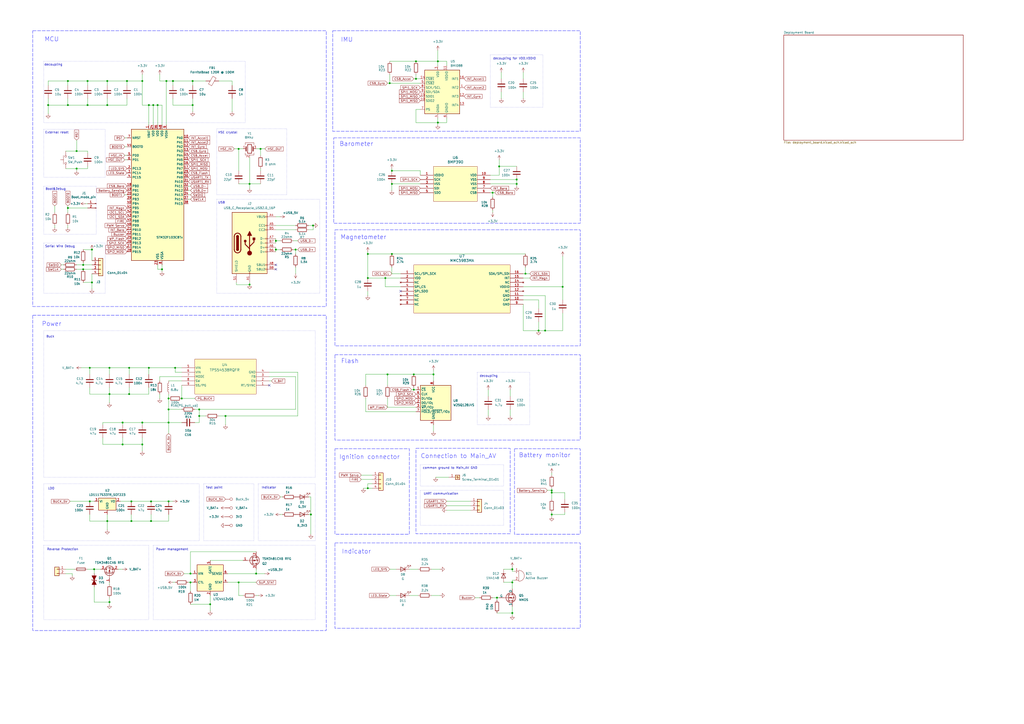
<source format=kicad_sch>
(kicad_sch (version 20250114) (generator "eeschema") (generator_version "9.0")
  (paper "A2")
  (rectangle (start 118.11 280.67) (end 147.32 313.69) (stroke (width 0) (type dot)))
  (rectangle (start 25.4 74.93) (end 60.96 102.87) (stroke (width 0) (type dot)))
  (rectangle (start 298.45 260.35) (end 336.55 309.88) (stroke (width 0.1778) (type dash) (color 0 0 255 1)))
  (rectangle (start 125.73 115.57) (end 185.42 170.18) (stroke (width 0) (type dot)))
  (rectangle (start 243.84 269.494) (end 292.1 281.94) (stroke (width 0) (type dot)))
  (rectangle (start 25.4 107.95) (end 55.88 135.89) (stroke (width 0) (type dot)))
  (rectangle (start 276.86 215.9) (end 307.34 246.38) (stroke (width 0) (type dot)))
  (rectangle (start 193.548 80.01) (end 336.55 129.54) (stroke (width 0.1778) (type dash) (color 0 0 255 1)))
  (rectangle (start 241.3 260.096) (end 295.91 309.626) (stroke (width 0.1778) (type dash) (color 0 0 255 1)))
  (rectangle (start 149.86 280.67) (end 182.88 313.69) (stroke (width 0) (type dot)))
  (rectangle (start 19.05 182.88) (end 189.23 365.76) (stroke (width 0.1778) (type dash) (color 0 0 255 1)))
  (rectangle (start 194.31 314.96) (end 336.55 364.49) (stroke (width 0.1778) (type dash) (color 0 0 255 1)))
  (rectangle (start 284.48 31.75) (end 314.96 62.23) (stroke (width 0) (type dot)))
  (rectangle (start 194.31 133.35) (end 336.55 200.66) (stroke (width 0.1778) (type dash) (color 0 0 255 1)))
  (rectangle (start 25.4 280.67) (end 115.57 313.69) (stroke (width 0) (type dot)))
  (rectangle (start 19.05 17.78) (end 189.23 177.8) (stroke (width 0.1778) (type dash) (color 0 0 255 1)))
  (rectangle (start 25.4 140.97) (end 60.96 170.18) (stroke (width 0) (type dot)))
  (rectangle (start 125.73 74.676) (end 166.37 113.03) (stroke (width 0) (type dot)))
  (rectangle (start 88.9 316.23) (end 182.88 359.41) (stroke (width 0) (type dot)))
  (rectangle (start 25.4 191.77) (end 182.88 276.86) (stroke (width 0) (type dot)))
  (rectangle (start 194.31 205.74) (end 336.55 255.27) (stroke (width 0.1778) (type dash) (color 0 0 255 1)))
  (rectangle (start 193.04 17.78) (end 336.55 76.2) (stroke (width 0.1778) (type dash) (color 0 0 255 1)))
  (rectangle (start 194.31 260.35) (end 237.49 309.88) (stroke (width 0.1778) (type dash) (color 0 0 255 1)))
  (rectangle (start 243.84 284.48) (end 292.1 304.8) (stroke (width 0) (type dot)))
  (rectangle (start 25.4 35.56) (end 142.24 71.12) (stroke (width 0) (type dot)))
  (rectangle (start 25.4 316.23) (end 86.36 359.41) (stroke (width 0) (type dot)))
  (text "Power" (at 29.972 187.96 0) (effects (font (size 2.54 2.54))))
  (text "common ground to Main_AV GND\n" (at 261.112 271.526 0) (effects (font (size 1.27 1.27))))
  (text "decoupling" (at 283.464 218.186 0) (effects (font (size 1.27 1.27))))
  (text "UART communication" (at 255.778 286.512 0) (effects (font (size 1.27 1.27))))
  (text "Battery monitor" (at 315.976 264.16 0) (effects (font (size 2.54 2.54))))
  (text "Flash" (at 202.946 209.55 0) (effects (font (size 2.54 2.54))))
  (text "Buck" (at 29.21 195.326 0) (effects (font (size 1.27 1.27))))
  (text "decoupling" (at 30.988 37.592 0) (effects (font (size 1.27 1.27))))
  (text "Indicator" (at 155.956 282.956 0) (effects (font (size 1.27 1.27))))
  (text "Connection to Main_AV" (at 265.938 264.668 0) (effects (font (size 2.54 2.54))))
  (text "External reset\n" (at 33.02 76.962 0) (effects (font (size 1.27 1.27))))
  (text "IMU" (at 201.168 23.114 0) (effects (font (size 2.54 2.54))))
  (text "LDO" (at 29.718 283.464 0) (effects (font (size 1.27 1.27))))
  (text "Serial Wire Debug\n" (at 34.798 143.002 0) (effects (font (size 1.27 1.27))))
  (text "Ignition connector\n" (at 214.376 265.176 0) (effects (font (size 2.54 2.54))))
  (text "Boot&Debug" (at 32.258 109.728 0) (effects (font (size 1.27 1.27))))
  (text "Power management" (at 99.822 318.77 0) (effects (font (size 1.27 1.27))))
  (text "Test point" (at 124.206 282.956 0) (effects (font (size 1.27 1.27))))
  (text "Reverse Protection" (at 36.322 318.77 0) (effects (font (size 1.27 1.27))))
  (text "HSE crystal" (at 132.08 76.962 0) (effects (font (size 1.27 1.27))))
  (text "Indicator" (at 206.756 320.04 0) (effects (font (size 2.54 2.54))))
  (text "Barometer" (at 206.756 83.566 0) (effects (font (size 2.54 2.54))))
  (text "decoupling for VDD,VDDIO" (at 298.45 34.036 0) (effects (font (size 1.27 1.27))))
  (text "Magnetometer" (at 210.82 137.668 0) (effects (font (size 2.54 2.54))))
  (text "MCU\n" (at 29.972 22.86 0) (effects (font (size 2.54 2.54))))
  (text "USB\n" (at 128.524 117.602 0) (effects (font (size 1.27 1.27))))
  (junction (at 160.02 144.78))
  (junction (at 82.55 257.81))
  (junction (at 130.81 241.3))
  (junction (at 121.92 350.52))
  (junction (at 27.94 60.96))
  (junction (at 326.39 166.37))
  (junction (at 97.79 245.11))
  (junction (at 82.55 245.11))
  (junction (at 62.23 46.99))
  (junction (at 87.63 302.26))
  (junction (at 115.57 241.3))
  (junction (at 299.72 104.14))
  (junction (at 227.33 106.68))
  (junction (at 213.36 161.29))
  (junction (at 76.2 302.26))
  (junction (at 39.37 46.99))
  (junction (at 115.57 237.49))
  (junction (at 93.98 156.21))
  (junction (at 39.37 60.96))
  (junction (at 97.79 290.83))
  (junction (at 96.52 46.99))
  (junction (at 299.72 106.68))
  (junction (at 160.02 139.7))
  (junction (at 254 71.12))
  (junction (at 53.34 163.83))
  (junction (at 54.61 330.2))
  (junction (at 297.18 330.2))
  (junction (at 180.34 298.45))
  (junction (at 240.03 217.17))
  (junction (at 285.75 111.76))
  (junction (at 52.07 213.36))
  (junction (at 111.76 46.99))
  (junction (at 297.18 355.6))
  (junction (at 181.61 130.81))
  (junction (at 86.36 213.36))
  (junction (at 110.49 337.82))
  (junction (at 251.46 217.17))
  (junction (at 241.3 35.56))
  (junction (at 39.37 120.65))
  (junction (at 87.63 290.83))
  (junction (at 289.56 96.52))
  (junction (at 62.23 302.26))
  (junction (at 48.26 156.21))
  (junction (at 144.78 165.1))
  (junction (at 101.6 213.36))
  (junction (at 320.04 285.75))
  (junction (at 48.26 153.67))
  (junction (at 288.29 346.71))
  (junction (at 297.18 337.82))
  (junction (at 227.33 147.32))
  (junction (at 63.5 349.25))
  (junction (at 223.52 161.29))
  (junction (at 50.8 46.99))
  (junction (at 320.04 284.48))
  (junction (at 76.2 290.83))
  (junction (at 44.45 97.79))
  (junction (at 110.49 332.74))
  (junction (at 63.5 213.36))
  (junction (at 63.5 228.6))
  (junction (at 138.43 86.36))
  (junction (at 50.8 60.96))
  (junction (at 71.12 257.81))
  (junction (at 74.93 213.36))
  (junction (at 71.12 245.11))
  (junction (at 213.36 283.21))
  (junction (at 213.36 147.32))
  (junction (at 227.33 99.06))
  (junction (at 82.55 46.99))
  (junction (at 86.36 60.96))
  (junction (at 138.43 337.82))
  (junction (at 62.23 60.96))
  (junction (at 226.06 48.26))
  (junction (at 171.45 144.78))
  (junction (at 151.13 86.36))
  (junction (at 241.3 45.72))
  (junction (at 52.07 290.83))
  (junction (at 224.79 217.17))
  (junction (at 320.04 298.45))
  (junction (at 88.9 60.96))
  (junction (at 44.45 87.63))
  (junction (at 144.78 106.68))
  (junction (at 100.33 46.99))
  (junction (at 53.34 144.78))
  (junction (at 312.42 191.77))
  (junction (at 254 35.56))
  (junction (at 97.79 237.49))
  (junction (at 73.66 46.99))
  (junction (at 304.8 158.75))
  (junction (at 148.59 332.74))
  (junction (at 91.44 60.96))
  (junction (at 316.23 191.77))
  (junction (at 105.41 231.14))
  (junction (at 240.03 226.06))
  (junction (at 74.93 228.6))
  (junction (at 111.76 60.96))
  (junction (at 97.79 231.14))
  (no_connect (at 160.02 156.21))
  (no_connect (at 160.02 153.67))
  (no_connect (at 156.21 223.52))
  (no_connect (at 232.41 168.91))
  (wire (pts (xy 259.08 35.56) (xy 254 35.56)))
  (wire (pts (xy 237.49 345.44) (xy 242.57 345.44)))
  (wire (pts (xy 100.33 337.82) (xy 101.6 337.82)))
  (wire (pts (xy 326.39 148.59) (xy 326.39 166.37)))
  (wire (pts (xy 110.49 337.82) (xy 110.49 342.9)))
  (wire (pts (xy 213.36 280.67) (xy 213.36 283.21)))
  (wire (pts (xy 63.5 213.36) (xy 63.5 217.17)))
  (wire (pts (xy 38.1 330.2) (xy 43.18 330.2)))
  (wire (pts (xy 111.76 46.99) (xy 111.76 49.53)))
  (wire (pts (xy 86.36 213.36) (xy 101.6 213.36)))
  (wire (pts (xy 289.56 101.6) (xy 284.48 101.6)))
  (wire (pts (xy 115.57 237.49) (xy 171.45 237.49)))
  (wire (pts (xy 303.53 161.29) (xy 307.34 161.29)))
  (wire (pts (xy 46.99 213.36) (xy 52.07 213.36)))
  (wire (pts (xy 303.53 173.99) (xy 312.42 173.99)))
  (wire (pts (xy 109.22 337.82) (xy 110.49 337.82)))
  (wire (pts (xy 93.98 60.96) (xy 93.98 72.39)))
  (wire (pts (xy 227.33 97.79) (xy 227.33 99.06)))
  (wire (pts (xy 289.56 92.71) (xy 289.56 96.52)))
  (wire (pts (xy 100.33 60.96) (xy 111.76 60.96)))
  (wire (pts (xy 115.57 237.49) (xy 115.57 241.3)))
  (wire (pts (xy 144.78 106.68) (xy 151.13 106.68)))
  (wire (pts (xy 151.13 86.36) (xy 153.67 86.36)))
  (wire (pts (xy 316.23 171.45) (xy 316.23 191.77)))
  (wire (pts (xy 213.36 168.91) (xy 213.36 171.45)))
  (wire (pts (xy 212.09 231.14) (xy 212.09 238.76)))
  (wire (pts (xy 53.34 158.75) (xy 53.34 163.83)))
  (wire (pts (xy 52.07 224.79) (xy 52.07 228.6)))
  (wire (pts (xy 160.02 139.7) (xy 162.56 139.7)))
  (wire (pts (xy 63.5 337.82) (xy 63.5 339.09)))
  (wire (pts (xy 48.26 156.21) (xy 53.34 156.21)))
  (wire (pts (xy 224.79 48.26) (xy 226.06 48.26)))
  (wire (pts (xy 96.52 46.99) (xy 100.33 46.99)))
  (wire (pts (xy 27.94 57.15) (xy 27.94 60.96)))
  (wire (pts (xy 63.5 228.6) (xy 74.93 228.6)))
  (wire (pts (xy 62.23 60.96) (xy 50.8 60.96)))
  (wire (pts (xy 144.78 91.44) (xy 144.78 106.68)))
  (wire (pts (xy 52.07 298.45) (xy 52.07 302.26)))
  (wire (pts (xy 297.18 331.47) (xy 298.45 331.47)))
  (wire (pts (xy 148.59 86.36) (xy 151.13 86.36)))
  (wire (pts (xy 73.66 60.96) (xy 62.23 60.96)))
  (wire (pts (xy 226.06 35.56) (xy 241.3 35.56)))
  (wire (pts (xy 259.08 71.12) (xy 254 71.12)))
  (wire (pts (xy 50.8 60.96) (xy 39.37 60.96)))
  (wire (pts (xy 171.45 154.94) (xy 171.45 158.75)))
  (wire (pts (xy 86.36 224.79) (xy 86.36 228.6)))
  (wire (pts (xy 97.79 245.11) (xy 97.79 237.49)))
  (wire (pts (xy 283.21 226.06) (xy 283.21 229.87)))
  (wire (pts (xy 213.36 147.32) (xy 213.36 161.29)))
  (wire (pts (xy 63.5 228.6) (xy 63.5 233.68)))
  (wire (pts (xy 138.43 337.82) (xy 132.08 337.82)))
  (wire (pts (xy 71.12 246.38) (xy 71.12 245.11)))
  (wire (pts (xy 326.39 166.37) (xy 326.39 173.99)))
  (wire (pts (xy 179.07 130.81) (xy 181.61 130.81)))
  (wire (pts (xy 317.5 284.48) (xy 320.04 284.48)))
  (wire (pts (xy 320.04 298.45) (xy 320.04 299.72)))
  (wire (pts (xy 240.03 226.06) (xy 241.3 226.06)))
  (wire (pts (xy 148.59 332.74) (xy 148.59 330.2)))
  (wire (pts (xy 111.76 46.99) (xy 119.38 46.99)))
  (wire (pts (xy 31.75 132.08) (xy 31.75 130.81)))
  (wire (pts (xy 50.8 88.9) (xy 50.8 87.63)))
  (wire (pts (xy 303.53 158.75) (xy 304.8 158.75)))
  (wire (pts (xy 224.79 217.17) (xy 240.03 217.17)))
  (wire (pts (xy 303.53 191.77) (xy 312.42 191.77)))
  (wire (pts (xy 137.16 163.83) (xy 137.16 165.1)))
  (wire (pts (xy 53.34 144.78) (xy 53.34 151.13)))
  (wire (pts (xy 259.08 290.83) (xy 273.05 290.83)))
  (wire (pts (xy 226.06 330.2) (xy 229.87 330.2)))
  (wire (pts (xy 160.02 138.43) (xy 160.02 139.7)))
  (wire (pts (xy 121.92 350.52) (xy 121.92 354.33)))
  (wire (pts (xy 251.46 246.38) (xy 251.46 250.19)))
  (wire (pts (xy 227.33 106.68) (xy 227.33 110.49)))
  (wire (pts (xy 223.52 166.37) (xy 223.52 161.29)))
  (wire (pts (xy 312.42 191.77) (xy 316.23 191.77)))
  (wire (pts (xy 160.02 139.7) (xy 160.02 140.97)))
  (wire (pts (xy 92.71 43.18) (xy 92.71 46.99)))
  (wire (pts (xy 110.49 350.52) (xy 121.92 350.52)))
  (wire (pts (xy 160.02 130.81) (xy 171.45 130.81)))
  (wire (pts (xy 44.45 156.21) (xy 48.26 156.21)))
  (wire (pts (xy 53.34 167.64) (xy 53.34 163.83)))
  (wire (pts (xy 39.37 60.96) (xy 27.94 60.96)))
  (wire (pts (xy 74.93 224.79) (xy 74.93 228.6)))
  (wire (pts (xy 39.37 46.99) (xy 27.94 46.99)))
  (wire (pts (xy 72.39 113.03) (xy 73.66 113.03)))
  (wire (pts (xy 171.45 144.78) (xy 172.72 144.78)))
  (wire (pts (xy 97.79 228.6) (xy 97.79 231.14)))
  (wire (pts (xy 285.75 111.76) (xy 285.75 114.3)))
  (wire (pts (xy 212.09 217.17) (xy 224.79 217.17)))
  (wire (pts (xy 63.5 213.36) (xy 74.93 213.36)))
  (wire (pts (xy 285.75 346.71) (xy 288.29 346.71)))
  (wire (pts (xy 170.18 139.7) (xy 172.72 139.7)))
  (wire (pts (xy 320.04 297.18) (xy 320.04 298.45)))
  (wire (pts (xy 295.91 237.49) (xy 295.91 241.3)))
  (wire (pts (xy 316.23 191.77) (xy 326.39 191.77)))
  (wire (pts (xy 62.23 46.99) (xy 50.8 46.99)))
  (wire (pts (xy 121.92 325.12) (xy 140.97 325.12)))
  (wire (pts (xy 160.02 143.51) (xy 160.02 144.78)))
  (wire (pts (xy 91.44 60.96) (xy 91.44 72.39)))
  (wire (pts (xy 304.8 147.32) (xy 227.33 147.32)))
  (wire (pts (xy 299.72 106.68) (xy 299.72 107.95)))
  (wire (pts (xy 82.55 245.11) (xy 82.55 246.38)))
  (wire (pts (xy 49.53 118.11) (xy 50.8 118.11)))
  (wire (pts (xy 295.91 226.06) (xy 295.91 229.87)))
  (wire (pts (xy 303.53 176.53) (xy 303.53 191.77)))
  (wire (pts (xy 115.57 241.3) (xy 119.38 241.3)))
  (wire (pts (xy 127 241.3) (xy 130.81 241.3)))
  (wire (pts (xy 213.36 146.05) (xy 213.36 147.32)))
  (wire (pts (xy 110.49 337.82) (xy 111.76 337.82)))
  (wire (pts (xy 50.8 46.99) (xy 50.8 49.53)))
  (wire (pts (xy 105.41 215.9) (xy 101.6 215.9)))
  (wire (pts (xy 138.43 106.68) (xy 144.78 106.68)))
  (wire (pts (xy 97.79 237.49) (xy 105.41 237.49)))
  (wire (pts (xy 241.3 43.18) (xy 241.3 45.72)))
  (wire (pts (xy 292.1 330.2) (xy 297.18 330.2)))
  (wire (pts (xy 110.49 332.74) (xy 111.76 332.74)))
  (wire (pts (xy 52.07 302.26) (xy 62.23 302.26)))
  (wire (pts (xy 71.12 245.11) (xy 82.55 245.11)))
  (wire (pts (xy 110.49 107.95) (xy 109.22 107.95)))
  (wire (pts (xy 39.37 120.65) (xy 39.37 123.19)))
  (wire (pts (xy 181.61 130.81) (xy 181.61 133.35)))
  (wire (pts (xy 82.55 60.96) (xy 86.36 60.96)))
  (wire (pts (xy 303.53 171.45) (xy 316.23 171.45)))
  (wire (pts (xy 213.36 161.29) (xy 223.52 161.29)))
  (wire (pts (xy 151.13 97.79) (xy 151.13 99.06)))
  (wire (pts (xy 59.69 254) (xy 59.69 257.81)))
  (wire (pts (xy 132.08 332.74) (xy 148.59 332.74)))
  (wire (pts (xy 39.37 57.15) (xy 39.37 60.96)))
  (wire (pts (xy 101.6 213.36) (xy 105.41 213.36)))
  (wire (pts (xy 227.33 99.06) (xy 243.84 99.06)))
  (wire (pts (xy 289.56 96.52) (xy 299.72 96.52)))
  (wire (pts (xy 97.79 231.14) (xy 97.79 237.49)))
  (wire (pts (xy 39.37 119.38) (xy 39.37 120.65)))
  (wire (pts (xy 327.66 297.18) (xy 327.66 298.45)))
  (wire (pts (xy 240.03 217.17) (xy 251.46 217.17)))
  (wire (pts (xy 48.26 152.4) (xy 48.26 153.67)))
  (wire (pts (xy 113.03 245.11) (xy 115.57 245.11)))
  (wire (pts (xy 63.5 224.79) (xy 63.5 228.6)))
  (wire (pts (xy 91.44 60.96) (xy 93.98 60.96)))
  (wire (pts (xy 71.12 254) (xy 71.12 257.81)))
  (wire (pts (xy 288.29 346.71) (xy 288.29 347.98)))
  (wire (pts (xy 105.41 245.11) (xy 97.79 245.11)))
  (wire (pts (xy 53.34 153.67) (xy 48.26 153.67)))
  (wire (pts (xy 320.04 285.75) (xy 320.04 289.56)))
  (wire (pts (xy 162.56 288.29) (xy 163.83 288.29)))
  (wire (pts (xy 92.71 218.44) (xy 105.41 218.44)))
  (wire (pts (xy 69.85 290.83) (xy 76.2 290.83)))
  (wire (pts (xy 48.26 144.78) (xy 53.34 144.78)))
  (wire (pts (xy 213.36 283.21) (xy 215.9 283.21)))
  (wire (pts (xy 44.45 97.79) (xy 50.8 97.79)))
  (wire (pts (xy 44.45 81.28) (xy 44.45 87.63)))
  (wire (pts (xy 237.49 330.2) (xy 242.57 330.2)))
  (wire (pts (xy 93.98 156.21) (xy 93.98 153.67)))
  (wire (pts (xy 100.33 46.99) (xy 111.76 46.99)))
  (wire (pts (xy 100.33 46.99) (xy 100.33 49.53)))
  (wire (pts (xy 74.93 213.36) (xy 74.93 217.17)))
  (wire (pts (xy 227.33 106.68) (xy 243.84 106.68)))
  (wire (pts (xy 215.9 280.67) (xy 213.36 280.67)))
  (wire (pts (xy 303.53 166.37) (xy 326.39 166.37)))
  (wire (pts (xy 252.73 276.86) (xy 260.35 276.86)))
  (wire (pts (xy 52.07 213.36) (xy 63.5 213.36)))
  (wire (pts (xy 171.45 218.44) (xy 171.45 237.49)))
  (wire (pts (xy 62.23 302.26) (xy 76.2 302.26)))
  (wire (pts (xy 241.3 45.72) (xy 243.84 45.72)))
  (wire (pts (xy 180.34 298.45) (xy 180.34 309.88)))
  (wire (pts (xy 297.18 336.55) (xy 297.18 337.82)))
  (wire (pts (xy 86.36 213.36) (xy 86.36 217.17)))
  (wire (pts (xy 172.72 215.9) (xy 172.72 241.3)))
  (wire (pts (xy 111.76 57.15) (xy 111.76 60.96)))
  (wire (pts (xy 96.52 46.99) (xy 96.52 72.39)))
  (wire (pts (xy 93.98 156.21) (xy 93.98 157.48)))
  (wire (pts (xy 226.06 43.18) (xy 226.06 48.26)))
  (wire (pts (xy 243.84 99.06) (xy 243.84 101.6)))
  (wire (pts (xy 59.69 257.81) (xy 71.12 257.81)))
  (wire (pts (xy 76.2 302.26) (xy 87.63 302.26)))
  (wire (pts (xy 134.62 46.99) (xy 134.62 49.53)))
  (wire (pts (xy 251.46 214.63) (xy 251.46 217.17)))
  (wire (pts (xy 72.39 92.71) (xy 73.66 92.71)))
  (wire (pts (xy 285.75 121.92) (xy 285.75 123.19)))
  (wire (pts (xy 35.56 153.67) (xy 36.83 153.67)))
  (wire (pts (xy 91.44 60.96) (xy 88.9 60.96)))
  (wire (pts (xy 289.56 96.52) (xy 289.56 101.6)))
  (wire (pts (xy 213.36 147.32) (xy 227.33 147.32)))
  (wire (pts (xy 284.48 104.14) (xy 299.72 104.14)))
  (wire (pts (xy 97.79 245.11) (xy 97.79 251.46)))
  (wire (pts (xy 303.53 41.91) (xy 303.53 45.72)))
  (wire (pts (xy 39.37 46.99) (xy 39.37 49.53)))
  (wire (pts (xy 48.26 163.83) (xy 53.34 163.83)))
  (wire (pts (xy 105.41 231.14) (xy 113.03 231.14)))
  (wire (pts (xy 275.59 346.71) (xy 278.13 346.71)))
  (wire (pts (xy 135.89 86.36) (xy 138.43 86.36)))
  (wire (pts (xy 327.66 298.45) (xy 320.04 298.45)))
  (wire (pts (xy 82.55 46.99) (xy 82.55 60.96)))
  (wire (pts (xy 160.02 133.35) (xy 171.45 133.35)))
  (wire (pts (xy 38.1 332.74) (xy 41.91 332.74)))
  (wire (pts (xy 297.18 355.6) (xy 297.18 356.87)))
  (wire (pts (xy 48.26 153.67) (xy 44.45 153.67)))
  (wire (pts (xy 226.06 48.26) (xy 243.84 48.26)))
  (wire (pts (xy 171.45 144.78) (xy 171.45 147.32)))
  (wire (pts (xy 320.04 284.48) (xy 320.04 285.75)))
  (wire (pts (xy 285.75 111.76) (xy 284.48 111.76)))
  (wire (pts (xy 101.6 215.9) (xy 101.6 213.36)))
  (wire (pts (xy 97.79 220.98) (xy 105.41 220.98)))
  (wire (pts (xy 320.04 283.21) (xy 320.04 284.48)))
  (wire (pts (xy 110.49 115.57) (xy 109.22 115.57)))
  (wire (pts (xy 160.02 144.78) (xy 160.02 146.05)))
  (wire (pts (xy 82.55 257.81) (xy 82.55 261.62)))
  (wire (pts (xy 97.79 298.45) (xy 97.79 302.26)))
  (wire (pts (xy 312.42 186.69) (xy 312.42 191.77)))
  (wire (pts (xy 259.08 293.37) (xy 273.05 293.37)))
  (wire (pts (xy 210.82 283.21) (xy 213.36 283.21)))
  (wire (pts (xy 39.37 120.65) (xy 50.8 120.65)))
  (wire (pts (xy 232.41 166.37) (xy 223.52 166.37)))
  (wire (pts (xy 156.21 220.98) (xy 157.48 220.98)))
  (wire (pts (xy 86.36 60.96) (xy 86.36 72.39)))
  (wire (pts (xy 223.52 161.29) (xy 232.41 161.29)))
  (wire (pts (xy 39.37 130.81) (xy 39.37 132.08)))
  (wire (pts (xy 134.62 57.15) (xy 134.62 64.77)))
  (wire (pts (xy 110.49 113.03) (xy 109.22 113.03)))
  (wire (pts (xy 212.09 223.52) (xy 212.09 217.17)))
  (wire (pts (xy 100.33 290.83) (xy 97.79 290.83)))
  (wire (pts (xy 54.61 349.25) (xy 63.5 349.25)))
  (wire (pts (xy 179.07 288.29) (xy 180.34 288.29)))
  (wire (pts (xy 88.9 60.96) (xy 88.9 72.39)))
  (wire (pts (xy 227.33 154.94) (xy 227.33 158.75)))
  (wire (pts (xy 241.3 71.12) (xy 254 71.12)))
  (wire (pts (xy 138.43 86.36) (xy 140.97 86.36)))
  (wire (pts (xy 72.39 85.09) (xy 73.66 85.09)))
  (wire (pts (xy 93.98 156.21) (xy 91.44 156.21)))
  (wire (pts (xy 259.08 38.1) (xy 259.08 35.56)))
  (wire (pts (xy 35.56 156.21) (xy 36.83 156.21)))
  (wire (pts (xy 288.29 346.71) (xy 289.56 346.71)))
  (wire (pts (xy 241.3 236.22) (xy 224.79 236.22)))
  (wire (pts (xy 156.21 218.44) (xy 171.45 218.44)))
  (wire (pts (xy 86.36 60.96) (xy 88.9 60.96)))
  (wire (pts (xy 27.94 46.99) (xy 27.94 49.53)))
  (wire (pts (xy 110.49 110.49) (xy 109.22 110.49)))
  (wire (pts (xy 52.07 228.6) (xy 63.5 228.6)))
  (wire (pts (xy 110.49 320.04) (xy 110.49 332.74)))
  (wire (pts (xy 63.5 346.71) (xy 63.5 349.25)))
  (wire (pts (xy 240.03 224.79) (xy 240.03 226.06)))
  (wire (pts (xy 162.56 125.73) (xy 160.02 125.73)))
  (wire (pts (xy 250.19 345.44) (xy 255.27 345.44)))
  (wire (pts (xy 50.8 57.15) (xy 50.8 60.96)))
  (wire (pts (xy 238.76 226.06) (xy 240.03 226.06)))
  (wire (pts (xy 92.71 218.44) (xy 92.71 220.98)))
  (wire (pts (xy 71.12 257.81) (xy 82.55 257.81)))
  (wire (pts (xy 138.43 86.36) (xy 138.43 99.06)))
  (wire (pts (xy 179.07 133.35) (xy 181.61 133.35)))
  (wire (pts (xy 241.3 63.5) (xy 241.3 71.12)))
  (wire (pts (xy 320.04 274.32) (xy 320.04 275.59)))
  (wire (pts (xy 130.81 241.3) (xy 130.81 246.38)))
  (wire (pts (xy 259.08 295.91) (xy 273.05 295.91)))
  (wire (pts (xy 226.06 345.44) (xy 229.87 345.44)))
  (wire (pts (xy 41.91 332.74) (xy 41.91 334.01)))
  (wire (pts (xy 162.56 298.45) (xy 163.83 298.45)))
  (wire (pts (xy 144.78 165.1) (xy 144.78 163.83)))
  (wire (pts (xy 73.66 46.99) (xy 62.23 46.99)))
  (wire (pts (xy 160.02 144.78) (xy 162.56 144.78)))
  (wire (pts (xy 170.18 144.78) (xy 171.45 144.78)))
  (wire (pts (xy 148.59 320.04) (xy 110.49 320.04)))
  (wire (pts (xy 138.43 337.82) (xy 148.59 337.82)))
  (wire (pts (xy 297.18 337.82) (xy 297.18 341.63)))
  (wire (pts (xy 121.92 345.44) (xy 121.92 350.52)))
  (wire (pts (xy 62.23 298.45) (xy 62.23 302.26)))
  (wire (pts (xy 44.45 97.79) (xy 44.45 99.06)))
  (wire (pts (xy 82.55 245.11) (xy 97.79 245.11)))
  (wire (pts (xy 209.55 275.59) (xy 215.9 275.59)))
  (wire (pts (xy 284.48 106.68) (xy 299.72 106.68)))
  (wire (pts (xy 44.45 87.63) (xy 50.8 87.63)))
  (wire (pts (xy 241.3 35.56) (xy 254 35.56)))
  (wire (pts (xy 106.68 332.74) (xy 110.49 332.74)))
  (wire (pts (xy 50.8 96.52) (xy 50.8 97.79)))
  (wire (pts (xy 59.69 245.11) (xy 71.12 245.11)))
  (wire (pts (xy 327.66 289.56) (xy 327.66 285.75)))
  (wire (pts (xy 251.46 217.17) (xy 251.46 220.98)))
  (wire (pts (xy 91.44 153.67) (xy 91.44 156.21)))
  (wire (pts (xy 209.55 278.13) (xy 215.9 278.13)))
  (wire (pts (xy 148.59 332.74) (xy 153.67 332.74)))
  (wire (pts (xy 303.53 53.34) (xy 303.53 57.15)))
  (wire (pts (xy 87.63 298.45) (xy 87.63 302.26)))
  (wire (pts (xy 138.43 337.82) (xy 138.43 345.44)))
  (wire (pts (xy 72.39 90.17) (xy 73.66 90.17)))
  (wire (pts (xy 82.55 46.99) (xy 73.66 46.99)))
  (wire (pts (xy 299.72 104.14) (xy 299.72 106.68)))
  (wire (pts (xy 62.23 57.15) (xy 62.23 60.96)))
  (wire (pts (xy 54.61 340.36) (xy 54.61 349.25)))
  (wire (pts (xy 58.42 330.2) (xy 54.61 330.2)))
  (wire (pts (xy 74.93 228.6) (xy 86.36 228.6)))
  (wire (pts (xy 290.83 41.91) (xy 290.83 45.72)))
  (wire (pts (xy 40.64 290.83) (xy 52.07 290.83)))
  (wire (pts (xy 212.09 238.76) (xy 241.3 238.76)))
  (wire (pts (xy 297.18 351.79) (xy 297.18 355.6)))
  (wire (pts (xy 38.1 87.63) (xy 44.45 87.63)))
  (wire (pts (xy 224.79 236.22) (xy 224.79 231.14)))
  (wire (pts (xy 224.79 223.52) (xy 224.79 217.17)))
  (wire (pts (xy 227.33 158.75) (xy 232.41 158.75)))
  (wire (pts (xy 283.21 237.49) (xy 283.21 241.3)))
  (wire (pts (xy 298.45 336.55) (xy 297.18 336.55)))
  (wire (pts (xy 127 46.99) (xy 134.62 46.99)))
  (wire (pts (xy 297.18 328.93) (xy 297.18 330.2)))
  (wire (pts (xy 137.16 165.1) (xy 144.78 165.1)))
  (wire (pts (xy 259.08 68.58) (xy 259.08 71.12)))
  (wire (pts (xy 115.57 245.11) (xy 115.57 241.3)))
  (wire (pts (xy 92.71 228.6) (xy 92.71 231.14)))
  (wire (pts (xy 105.41 231.14) (xy 105.41 223.52)))
  (wire (pts (xy 327.66 285.75) (xy 320.04 285.75)))
  (wire (pts (xy 297.18 330.2) (xy 297.18 331.47)))
  (wire (pts (xy 172.72 241.3) (xy 130.81 241.3)))
  (wire (pts (xy 179.07 298.45) (xy 180.34 298.45)))
  (wire (pts (xy 250.19 330.2) (xy 255.27 330.2)))
  (wire (pts (xy 304.8 158.75) (xy 307.34 158.75)))
  (wire (pts (xy 50.8 330.2) (xy 54.61 330.2)))
  (wire (pts (xy 62.23 302.26) (xy 62.23 307.34)))
  (wire (pts (xy 52.07 213.36) (xy 52.07 217.17)))
  (wire (pts (xy 290.83 53.34) (xy 290.83 57.15)))
  (wire (pts (xy 54.61 330.2) (xy 54.61 332.74)))
  (wire (pts (xy 50.8 46.99) (xy 39.37 46.99)))
  (wire (pts (xy 74.93 213.36) (xy 86.36 213.36)))
  (wire (pts (xy 292.1 337.82) (xy 297.18 337.82)))
  (wire (pts (xy 38.1 97.79) (xy 44.45 97.79)))
  (wire (pts (xy 149.86 345.44) (xy 148.59 345.44)))
  (wire (pts (xy 180.34 288.29) (xy 180.34 298.45)))
  (wire (pts (xy 254 71.12) (xy 254 72.39)))
  (wire (pts (xy 288.29 355.6) (xy 297.18 355.6)))
  (wire (pts (xy 254 29.21) (xy 254 35.56)))
  (wire (pts (xy 87.63 290.83) (xy 97.79 290.83)))
  (wire (pts (xy 254 68.58) (xy 254 71.12)))
  (wire (pts (xy 76.2 298.45) (xy 76.2 302.26)))
  (wire (pts (xy 63.5 349.25) (xy 63.5 350.52)))
  (wire (pts (xy 243.84 63.5) (xy 241.3 63.5)))
  (wire (pts (xy 87.63 302.26) (xy 97.79 302.26)))
  (wire (pts (xy 156.21 215.9) (xy 172.72 215.9)))
  (wire (pts (xy 96.52 46.99) (xy 92.71 46.99)))
  (wire (pts (xy 100.33 57.15) (xy 100.33 60.96)))
  (wire (pts (xy 138.43 345.44) (xy 140.97 345.44)))
  (wire (pts (xy 59.69 246.38) (xy 59.69 245.11)))
  (wire (pts (xy 113.03 237.49) (xy 115.57 237.49)))
  (wire (pts (xy 62.23 46.99) (xy 62.23 49.53)))
  (wire (pts (xy 68.58 330.2) (xy 71.12 330.2)))
  (wire (pts (xy 72.39 80.01) (xy 73.66 80.01)))
  (wire (pts (xy 27.94 60.96) (xy 27.94 66.04)))
  (wire (pts (xy 304.8 158.75) (xy 304.8 154.94)))
  (wire (pts (xy 151.13 86.36) (xy 151.13 90.17)))
  (wire (pts (xy 31.75 119.38) (xy 31.75 123.19)))
  (wire (pts (xy 287.02 111.76) (xy 285.75 111.76)))
  (wire (pts (xy 73.66 46.99) (xy 73.66 49.53)))
  (wire (pts (xy 82.55 43.18) (xy 82.55 46.99)))
  (wire (pts (xy 144.78 106.68) (xy 144.78 109.22)))
  (wire (pts (xy 312.42 173.99) (xy 312.42 179.07)))
  (wire (pts (xy 240.03 45.72) (xy 241.3 45.72)))
  (wire (pts (xy 73.66 57.15) (xy 73.66 60.96)))
  (wire (pts (xy 111.76 60.96) (xy 111.76 64.77)))
  (wire (pts (xy 76.2 290.83) (xy 87.63 290.83)))
  (wire (pts (xy 326.39 181.61) (xy 326.39 191.77)))
  (wire (pts (xy 52.07 290.83) (xy 54.61 290.83)))
  (wire (pts (xy 254 35.56) (xy 254 38.1)))
  (wire (pts (xy 82.55 254) (xy 82.55 257.81)))
  (global_label "USART1_TX" (shape input) (at 259.08 290.83 180) (property "Intersheetrefs" "${INTERSHEET_REFS}" (effects (hide yes))))
  (global_label "I2C1_SDA" (shape input) (at 73.66 125.73 180) (property "Intersheetrefs" "${INTERSHEET_REFS}" (effects (hide yes))))
  (global_label "SWDIO" (shape input) (at 35.56 153.67 180) (property "Intersheetrefs" "${INTERSHEET_REFS}" (effects (hide yes))))
  (global_label "HSE_IN" (shape input) (at 72.39 90.17 180) (property "Intersheetrefs" "${INTERSHEET_REFS}" (effects (hide yes))))
  (global_label "RST" (shape input) (at 72.39 80.01 180) (property "Intersheetrefs" "${INTERSHEET_REFS}" (effects (hide yes))))
  (global_label "INT_Magn" (shape input) (at 73.66 120.65 180) (property "Intersheetrefs" "${INTERSHEET_REFS}" (effects (hide yes))))
  (global_label "SPI1_SCK" (shape input) (at 243.84 104.14 180) (property "Intersheetrefs" "${INTERSHEET_REFS}" (effects (hide yes))))
  (global_label "USB_D-" (shape input) (at 110.49 107.95 0) (property "Intersheetrefs" "${INTERSHEET_REFS}" (effects (hide yes))))
  (global_label "SPI1_MOSI" (shape input) (at 243.84 53.34 180) (property "Intersheetrefs" "${INTERSHEET_REFS}" (effects (hide yes))))
  (global_label "SPI2_SCK" (shape input) (at 241.3 228.6 180) (property "Intersheetrefs" "${INTERSHEET_REFS}" (effects (hide yes))))
  (global_label "USB_D-" (shape input) (at 172.72 139.7 0) (property "Intersheetrefs" "${INTERSHEET_REFS}" (effects (hide yes))))
  (global_label "FIRE" (shape input) (at 73.66 128.27 180) (property "Intersheetrefs" "${INTERSHEET_REFS}" (effects (hide yes))))
  (global_label "Buzzer" (shape input) (at 275.59 346.71 180) (property "Intersheetrefs" "${INTERSHEET_REFS}" (effects (hide yes))))
  (global_label "CSB_Gyro" (shape input) (at 224.79 48.26 180) (property "Intersheetrefs" "${INTERSHEET_REFS}" (effects (hide yes))))
  (global_label "SPI1_MISO" (shape input) (at 243.84 58.42 180) (property "Intersheetrefs" "${INTERSHEET_REFS}" (effects (hide yes))))
  (global_label "USART1_TX" (shape input) (at 109.22 102.87 0) (property "Intersheetrefs" "${INTERSHEET_REFS}" (effects (hide yes))))
  (global_label "Battery_Sensing" (shape input) (at 317.5 284.48 180) (property "Intersheetrefs" "${INTERSHEET_REFS}" (effects (hide yes))))
  (global_label "USB_D+" (shape input) (at 172.72 144.78 0) (property "Intersheetrefs" "${INTERSHEET_REFS}" (effects (hide yes))))
  (global_label "SPI2_MISO" (shape input) (at 73.66 143.51 180) (property "Intersheetrefs" "${INTERSHEET_REFS}" (effects (hide yes))))
  (global_label "CSB_Flash" (shape input) (at 109.22 100.33 0) (property "Intersheetrefs" "${INTERSHEET_REFS}" (effects (hide yes))))
  (global_label "INT_Accel2" (shape input) (at 269.24 50.8 0) (property "Intersheetrefs" "${INTERSHEET_REFS}" (effects (hide yes))))
  (global_label "PWM Servo" (shape input) (at 73.66 130.81 180) (property "Intersheetrefs" "${INTERSHEET_REFS}" (effects (hide yes))))
  (global_label "INT_Gyro" (shape input) (at 269.24 55.88 0) (property "Intersheetrefs" "${INTERSHEET_REFS}" (effects (hide yes))))
  (global_label "CSB_Baro" (shape input) (at 287.02 111.76 0) (property "Intersheetrefs" "${INTERSHEET_REFS}" (effects (hide yes))))
  (global_label "SPI2_MOSI" (shape input) (at 241.3 231.14 180) (property "Intersheetrefs" "${INTERSHEET_REFS}" (effects (hide yes))))
  (global_label "Buzzer" (shape input) (at 73.66 135.89 180) (property "Intersheetrefs" "${INTERSHEET_REFS}" (effects (hide yes))))
  (global_label "WP_Flash" (shape input) (at 224.79 236.22 180) (property "Intersheetrefs" "${INTERSHEET_REFS}" (effects (hide yes))))
  (global_label "SPI1_MISO" (shape input) (at 243.84 55.88 180) (property "Intersheetrefs" "${INTERSHEET_REFS}" (effects (hide yes))))
  (global_label "V_BAT" (shape input) (at 157.48 220.98 0) (property "Intersheetrefs" "${INTERSHEET_REFS}" (effects (hide yes))))
  (global_label "SPI2_MOSI" (shape input) (at 73.66 146.05 180) (property "Intersheetrefs" "${INTERSHEET_REFS}" (effects (hide yes))))
  (global_label "SPI2_MISO" (shape input) (at 241.3 233.68 180) (property "Intersheetrefs" "${INTERSHEET_REFS}" (effects (hide yes))))
  (global_label "BUCK_5V" (shape input) (at 97.79 251.46 270) (property "Intersheetrefs" "${INTERSHEET_REFS}" (effects (hide yes))))
  (global_label "BOOT0" (shape input) (at 72.39 85.09 180) (property "Intersheetrefs" "${INTERSHEET_REFS}" (effects (hide yes))))
  (global_label "Battery_Sensing" (shape input) (at 73.66 110.49 180) (property "Intersheetrefs" "${INTERSHEET_REFS}" (effects (hide yes))))
  (global_label "BUCK_5V" (shape input) (at 130.81 289.56 180) (property "Intersheetrefs" "${INTERSHEET_REFS}" (effects (hide yes))))
  (global_label "BUCK_5V" (shape input) (at 162.56 288.29 180) (property "Intersheetrefs" "${INTERSHEET_REFS}" (effects (hide yes))))
  (global_label "SWCLK" (shape input) (at 35.56 156.21 180) (property "Intersheetrefs" "${INTERSHEET_REFS}" (effects (hide yes))))
  (global_label "LED_SYS" (shape input) (at 73.66 97.79 180) (property "Intersheetrefs" "${INTERSHEET_REFS}" (effects (hide yes))))
  (global_label "SPI1_SCK" (shape input) (at 109.22 92.71 0) (property "Intersheetrefs" "${INTERSHEET_REFS}" (effects (hide yes))))
  (global_label "BOOT0" (shape input) (at 39.37 119.38 90) (property "Intersheetrefs" "${INTERSHEET_REFS}" (effects (hide yes))))
  (global_label "FIRE" (shape input) (at 209.55 278.13 180) (property "Intersheetrefs" "${INTERSHEET_REFS}" (effects (hide yes))))
  (global_label "INT_Magn" (shape input) (at 307.34 161.29 0) (property "Intersheetrefs" "${INTERSHEET_REFS}" (effects (hide yes))))
  (global_label "SPI1_MISO" (shape input) (at 243.84 111.76 180) (property "Intersheetrefs" "${INTERSHEET_REFS}" (effects (hide yes))))
  (global_label "BOOT1" (shape input) (at 31.75 119.38 90) (property "Intersheetrefs" "${INTERSHEET_REFS}" (effects (hide yes))))
  (global_label "PG_BUCK" (shape input) (at 113.03 231.14 0) (property "Intersheetrefs" "${INTERSHEET_REFS}" (effects (hide yes))))
  (global_label "SPI1_MOSI" (shape input) (at 243.84 109.22 180) (property "Intersheetrefs" "${INTERSHEET_REFS}" (effects (hide yes))))
  (global_label "HSE_OUT" (shape input) (at 153.67 86.36 0) (property "Intersheetrefs" "${INTERSHEET_REFS}" (effects (hide yes))))
  (global_label "I2C1_SDA" (shape input) (at 307.34 158.75 0) (property "Intersheetrefs" "${INTERSHEET_REFS}" (effects (hide yes))))
  (global_label "PWM Servo" (shape input) (at 209.55 275.59 180) (property "Intersheetrefs" "${INTERSHEET_REFS}" (effects (hide yes))))
  (global_label "I2C1_SCL" (shape input) (at 227.33 158.75 180) (property "Intersheetrefs" "${INTERSHEET_REFS}" (effects (hide yes))))
  (global_label "BOOT1" (shape input) (at 72.39 113.03 180) (property "Intersheetrefs" "${INTERSHEET_REFS}" (effects (hide yes))))
  (global_label "I2C1_SCL" (shape input) (at 73.66 123.19 180) (property "Intersheetrefs" "${INTERSHEET_REFS}" (effects (hide yes))))
  (global_label "INT_Baro" (shape input) (at 284.48 109.22 0) (property "Intersheetrefs" "${INTERSHEET_REFS}" (effects (hide yes))))
  (global_label "LED_State" (shape input) (at 73.66 100.33 180) (property "Intersheetrefs" "${INTERSHEET_REFS}" (effects (hide yes))))
  (global_label "SPI1_MISO" (shape input) (at 109.22 95.25 0) (property "Intersheetrefs" "${INTERSHEET_REFS}" (effects (hide yes))))
  (global_label "CSB_Flash" (shape input) (at 238.76 226.06 180) (property "Intersheetrefs" "${INTERSHEET_REFS}" (effects (hide yes))))
  (global_label "INT_Accel2" (shape input) (at 109.22 82.55 0) (property "Intersheetrefs" "${INTERSHEET_REFS}" (effects (hide yes))))
  (global_label "USB_D+" (shape input) (at 110.49 110.49 0) (property "Intersheetrefs" "${INTERSHEET_REFS}" (effects (hide yes))))
  (global_label "SPI1_SCK" (shape input) (at 243.84 50.8 180) (property "Intersheetrefs" "${INTERSHEET_REFS}" (effects (hide yes))))
  (global_label "SPI2_SCK" (shape input) (at 73.66 140.97 180) (property "Intersheetrefs" "${INTERSHEET_REFS}" (effects (hide yes))))
  (global_label "HSE_IN" (shape input) (at 135.89 86.36 180) (property "Intersheetrefs" "${INTERSHEET_REFS}" (effects (hide yes))))
  (global_label "INT_Baro" (shape input) (at 73.66 133.35 180) (property "Intersheetrefs" "${INTERSHEET_REFS}" (effects (hide yes))))
  (global_label "USART1_RX" (shape input) (at 109.22 105.41 0) (property "Intersheetrefs" "${INTERSHEET_REFS}" (effects (hide yes))))
  (global_label "SPI1_MOSI" (shape input) (at 109.22 97.79 0) (property "Intersheetrefs" "${INTERSHEET_REFS}" (effects (hide yes))))
  (global_label "RST" (shape input) (at 44.45 81.28 90) (property "Intersheetrefs" "${INTERSHEET_REFS}" (effects (hide yes))))
  (global_label "LED_SYS" (shape input) (at 226.06 330.2 180) (property "Intersheetrefs" "${INTERSHEET_REFS}" (effects (hide yes))))
  (global_label "INT_Gyro" (shape input) (at 109.22 85.09 0) (property "Intersheetrefs" "${INTERSHEET_REFS}" (effects (hide yes))))
  (global_label "SWDIO" (shape input) (at 110.49 113.03 0) (property "Intersheetrefs" "${INTERSHEET_REFS}" (effects (hide yes))))
  (global_label "SUP_STAT" (shape input) (at 148.59 337.82 0) (property "Intersheetrefs" "${INTERSHEET_REFS}" (effects (hide yes))))
  (global_label "CSB_Gyro" (shape input) (at 109.22 87.63 0) (property "Intersheetrefs" "${INTERSHEET_REFS}" (effects (hide yes))))
  (global_label "BUCK_5V" (shape input) (at 106.68 332.74 180) (property "Intersheetrefs" "${INTERSHEET_REFS}" (effects (hide yes))))
  (global_label "SWCLK" (shape input) (at 110.49 115.57 0) (property "Intersheetrefs" "${INTERSHEET_REFS}" (effects (hide yes))))
  (global_label "HSE_OUT" (shape input) (at 72.39 92.71 180) (property "Intersheetrefs" "${INTERSHEET_REFS}" (effects (hide yes))))
  (global_label "USART1_RX" (shape input) (at 259.08 293.37 180) (property "Intersheetrefs" "${INTERSHEET_REFS}" (effects (hide yes))))
  (global_label "WP_Flash" (shape input) (at 73.66 138.43 180) (property "Intersheetrefs" "${INTERSHEET_REFS}" (effects (hide yes))))
  (global_label "INT_Accel1" (shape input) (at 109.22 80.01 0) (property "Intersheetrefs" "${INTERSHEET_REFS}" (effects (hide yes))))
  (global_label "CSB_Accel" (shape input) (at 240.03 45.72 180) (property "Intersheetrefs" "${INTERSHEET_REFS}" (effects (hide yes))))
  (global_label "LED_State" (shape input) (at 226.06 345.44 180) (property "Intersheetrefs" "${INTERSHEET_REFS}" (effects (hide yes))))
  (global_label "BUCK_5V" (shape input) (at 40.64 290.83 180) (property "Intersheetrefs" "${INTERSHEET_REFS}" (effects (hide yes))))
  (global_label "CSB_Baro" (shape input) (at 73.66 107.95 180) (property "Intersheetrefs" "${INTERSHEET_REFS}" (effects (hide yes))))
  (global_label "INT_Accel1" (shape input) (at 269.24 45.72 0) (property "Intersheetrefs" "${INTERSHEET_REFS}" (effects (hide yes))))
  (global_label "CSB_Accel" (shape input) (at 109.22 90.17 0) (property "Intersheetrefs" "${INTERSHEET_REFS}" (effects (hide yes))))
  (symbol (lib_id "power:VAA") (at 46.99 213.36 90) (unit 1)
    (property "Reference" "#PWR028" (effects (hide yes)))
    (property "Value" "V_BAT+" (at 43.18 213.3599 90) (effects (justify left)))
    (property "Description" "Power symbol creates a global label with name \"VAA\"" (effects (hide yes)))
  )
  (symbol (lib_id "Regulator_Linear:LD1117S33TR_SOT223") (at 62.23 290.83 0) (unit 1)
    (property "Reference" "U2" (at 62.23 284.48 0))
    (property "Value" "LD1117S33TR_SOT223" (at 62.23 287.02 0))
    (property "Footprint" "Package_TO_SOT_SMD:SOT-223-3_TabPin2" (effects (hide yes)))
    (property "Datasheet" "http://www.st.com/st-web-ui/static/active/en/resource/technical/document/datasheet/CD00000544.pdf" (effects (hide yes)))
    (property "Description" "800mA Fixed Low Drop Positive Voltage Regulator, Fixed Output 3.3V, SOT-223" (effects (hide yes)))
  )
  (symbol (lib_id "power:+3.3V") (at 283.21 226.06 0) (mirror y) (unit 1)
    (property "Reference" "#PWR053" (effects (hide yes)))
    (property "Value" "+3.3V" (at 283.21 220.98 0))
    (property "Description" "Power symbol creates a global label with name \"+3.3V\"" (effects (hide yes)))
  )
  (symbol (lib_id "Connector:TestPoint") (at 130.81 299.72 270) (unit 1)
    (property "Reference" "3V3" (at 136.652 299.72 90) (effects (justify left)))
    (property "Value" "TestPoint" (effects (hide yes)))
    (property "Description" "test point" (effects (hide yes)))
  )
  (symbol (lib_id "Small_av_tony_lib:BMP390") (at 243.84 101.6 0) (unit 1)
    (property "Reference" "U6" (at 264.16 91.44 0) (effects (font (size 1.524 1.524))))
    (property "Value" "BMP390" (at 264.16 93.98 0) (effects (font (size 1.524 1.524))))
    (property "Footprint" "10LGA_2X2X0p75_BOS" (effects (hide yes)))
    (property "Datasheet" "BMP390" (effects (hide yes)))
  )
  (symbol (lib_id "Device:R") (at 212.09 227.33 180) (unit 1)
    (property "Reference" "R26" (at 207.518 228.6 0))
    (property "Value" "10k" (at 207.264 226.568 0))
    (property "Description" "Resistor" (effects (hide yes)))
  )
  (symbol (lib_id "Device:C") (at 109.22 245.11 90) (mirror x) (unit 1)
    (property "Reference" "C16" (at 110.998 252.222 90) (effects (justify left)))
    (property "Value" "10p" (at 110.998 249.682 90) (effects (justify left)))
    (property "Description" "Unpolarized capacitor" (effects (hide yes)))
  )
  (symbol (lib_id "power:GND") (at 180.34 309.88 0) (unit 1)
    (property "Reference" "#PWR027" (effects (hide yes)))
    (property "Value" "GND" (effects (hide yes)))
    (property "Description" "Power symbol creates a global label with name \"GND\" , ground" (effects (hide yes)))
  )
  (symbol (lib_id "Device:C") (at 62.23 53.34 0) (unit 1)
    (property "Reference" "C2" (at 66.04 52.0699 0) (effects (justify left)))
    (property "Value" "100n" (at 66.04 54.6099 0) (effects (justify left)))
    (property "Description" "Unpolarized capacitor" (effects (hide yes)))
  )
  (symbol (lib_id "power:GND") (at 93.98 157.48 0) (unit 1)
    (property "Reference" "#PWR01" (effects (hide yes)))
    (property "Value" "GND" (effects (hide yes)))
    (property "Description" "Power symbol creates a global label with name \"GND\" , ground" (effects (hide yes)))
  )
  (symbol (lib_id "Device:R") (at 166.37 139.7 90) (unit 1)
    (property "Reference" "R4" (at 166.37 135.382 90))
    (property "Value" "22ohm" (at 166.37 137.414 90))
    (property "Description" "Resistor" (effects (hide yes)))
  )
  (symbol (lib_id "Device:LED") (at 175.26 288.29 180) (unit 1)
    (property "Reference" "D1" (at 175.26 291.338 0))
    (property "Value" "G_5V" (at 175.26 293.878 0))
    (property "Description" "Light emitting diode" (effects (hide yes)))
    (property "Sim.Pins" "1=K 2=A" (effects (hide yes)))
  )
  (symbol (lib_id "Device:C") (at 52.07 220.98 0) (mirror y) (unit 1)
    (property "Reference" "C13" (at 48.26 219.7099 0) (effects (justify left)))
    (property "Value" "4.7u" (at 48.26 222.2499 0) (effects (justify left)))
    (property "Description" "Unpolarized capacitor" (effects (hide yes)))
  )
  (symbol (lib_id "Device:R") (at 175.26 130.81 90) (unit 1)
    (property "Reference" "R6" (at 175.26 126.492 90))
    (property "Value" "5.1k" (at 175.26 128.524 90))
    (property "Description" "Resistor" (effects (hide yes)))
  )
  (symbol (lib_id "power:GND") (at 251.46 250.19 0) (unit 1)
    (property "Reference" "#PWR051" (effects (hide yes)))
    (property "Value" "GND" (effects (hide yes)))
    (property "Description" "Power symbol creates a global label with name \"GND\" , ground" (effects (hide yes)))
  )
  (symbol (lib_id "Connector:TestPoint") (at 130.81 304.8 270) (unit 1)
    (property "Reference" "GND" (at 136.652 304.8 90) (effects (justify left)))
    (property "Value" "TestPoint" (effects (hide yes)))
    (property "Description" "test point" (effects (hide yes)))
  )
  (symbol (lib_id "power:+5V") (at 162.56 125.73 270) (unit 1)
    (property "Reference" "#PWR012" (effects (hide yes)))
    (property "Value" "+USB_5V" (at 164.084 123.444 90) (effects (justify left)))
    (property "Description" "Power symbol creates a global label with name \"+5V\"" (effects (hide yes)))
  )
  (symbol (lib_id "power:GND") (at 41.91 334.01 0) (unit 1)
    (property "Reference" "#PWR030" (effects (hide yes)))
    (property "Value" "GND" (effects (hide yes)))
    (property "Description" "Power symbol creates a global label with name \"GND\" , ground" (effects (hide yes)))
  )
  (symbol (lib_id "Device:C") (at 312.42 182.88 0) (mirror y) (unit 1)
    (property "Reference" "C29" (at 308.61 181.356 0) (effects (justify left)))
    (property "Value" "10u" (at 308.61 184.1499 0) (effects (justify left)))
    (property "Description" "Unpolarized capacitor" (effects (hide yes)))
  )
  (symbol (lib_id "power:GND") (at 320.04 299.72 0) (mirror y) (unit 1)
    (property "Reference" "#PWR082" (effects (hide yes)))
    (property "Value" "GND" (effects (hide yes)))
    (property "Description" "Power symbol creates a global label with name \"GND\" , ground" (effects (hide yes)))
  )
  (symbol (lib_id "Simulation_SPICE:NMOS") (at 294.64 346.71 0) (unit 1)
    (property "Reference" "Q5" (at 300.99 345.4399 0) (effects (justify left)))
    (property "Value" "NMOS" (at 300.99 347.9799 0) (effects (justify left)))
    (property "Datasheet" "https://ngspice.sourceforge.io/docs/ngspice-html-manual/manual.xhtml#cha_MOSFETs" (effects (hide yes)))
    (property "Description" "N-MOSFET transistor, drain/source/gate" (effects (hide yes)))
    (property "Sim.Device" "NMOS" (effects (hide yes)))
    (property "Sim.Type" "VDMOS" (effects (hide yes)))
    (property "Sim.Pins" "1=D 2=G 3=S" (effects (hide yes)))
  )
  (symbol (lib_id "Device:LED") (at 233.68 345.44 180) (unit 1)
    (property "Reference" "D11" (at 233.68 348.488 0))
    (property "Value" "R" (at 233.68 351.028 0))
    (property "Description" "Light emitting diode" (effects (hide yes)))
    (property "Sim.Pins" "1=K 2=A" (effects (hide yes)))
  )
  (symbol (lib_id "Sensor_Motion:BMI088") (at 256.54 53.34 0) (unit 1)
    (property "Reference" "U5" (at 261.2233 35.56 0) (effects (justify left)))
    (property "Value" "BMI088" (at 261.2233 38.1 0) (effects (justify left)))
    (property "Footprint" "Package_LGA:Bosch_LGA-16_4.5x3mm_P0.5mm_LayoutBorder7x1y_ClockwisePinNumbering" (effects (hide yes)))
    (property "Datasheet" "https://www.bosch-sensortec.com/media/boschsensortec/downloads/datasheets/bst-bmi088-ds001.pdf" (effects (hide yes)))
    (property "Description" "Accelerometer, Gyroscope, 6-Axis Sensor, I2C / SPI interface, LGA-16" (effects (hide yes)))
  )
  (symbol (lib_id "power:+3.3V") (at 285.75 123.19 180) (unit 1)
    (property "Reference" "#PWR057" (effects (hide yes)))
    (property "Value" "+3.3V" (at 285.75 128.27 0))
    (property "Description" "Power symbol creates a global label with name \"+3.3V\"" (effects (hide yes)))
  )
  (symbol (lib_id "power:GND") (at 297.18 356.87 0) (mirror y) (unit 1)
    (property "Reference" "#PWR080" (effects (hide yes)))
    (property "Value" "GND" (effects (hide yes)))
    (property "Description" "Power symbol creates a global label with name \"GND\" , ground" (effects (hide yes)))
  )
  (symbol (lib_id "Device:Fuse") (at 46.99 330.2 90) (unit 1)
    (property "Reference" "F1" (at 46.99 323.85 90))
    (property "Value" "Fuse" (at 46.99 326.39 90))
    (property "Description" "Fuse" (effects (hide yes)))
  )
  (symbol (lib_id "Power_Management:LTC4412xS6") (at 121.92 335.28 0) (unit 1)
    (property "Reference" "U3" (at 123.698 344.932 0) (effects (justify left)))
    (property "Value" "LTC4412xS6" (at 123.698 347.472 0) (effects (justify left)))
    (property "Footprint" "Package_TO_SOT_SMD:TSOT-23-6" (effects (hide yes)))
    (property "Datasheet" "https://www.analog.com/media/en/technical-documentation/data-sheets/4412fb.pdf" (effects (hide yes)))
    (property "Description" "Low Loss PowerPath Controller, TSOT-23-6" (effects (hide yes)))
  )
  (symbol (lib_id "Device:R") (at 123.19 241.3 90) (mirror x) (unit 1)
    (property "Reference" "R15" (at 123.19 245.618 90))
    (property "Value" "30k" (at 123.19 243.586 90))
    (property "Description" "Resistor" (effects (hide yes)))
  )
  (symbol (lib_id "Device:C") (at 134.62 53.34 0) (unit 1)
    (property "Reference" "C8" (at 138.43 52.0699 0) (effects (justify left)))
    (property "Value" "1n" (at 138.43 54.6099 0) (effects (justify left)))
    (property "Description" "Unpolarized capacitor" (effects (hide yes)))
  )
  (symbol (lib_id "Device:L") (at 97.79 224.79 180) (unit 1)
    (property "Reference" "L1" (at 99.06 223.5199 0) (effects (justify right)))
    (property "Value" "6.8u" (at 99.06 226.0599 0) (effects (justify right)))
    (property "Description" "Inductor" (effects (hide yes)))
  )
  (symbol (lib_id "power:+3.3V") (at 49.53 118.11 90) (mirror x) (unit 1)
    (property "Reference" "#PWR010" (effects (hide yes)))
    (property "Value" "+3.3V" (at 43.688 118.11 90))
    (property "Description" "Power symbol creates a global label with name \"+3.3V\"" (effects (hide yes)))
  )
  (symbol (lib_id "power:GND") (at 53.34 167.64 0) (unit 1)
    (property "Reference" "#PWR016" (effects (hide yes)))
    (property "Value" "GND" (effects (hide yes)))
    (property "Description" "Power symbol creates a global label with name \"GND\" , ground" (effects (hide yes)))
  )
  (symbol (lib_id "Connector:USB_C_Receptacle_USB2.0_16P") (at 144.78 140.97 0) (unit 1)
    (property "Reference" "J2" (at 144.78 118.11 0))
    (property "Value" "USB_C_Receptacle_USB2.0_16P" (at 144.78 120.65 0))
    (property "Datasheet" "https://www.usb.org/sites/default/files/documents/usb_type-c.zip" (effects (hide yes)))
    (property "Description" "USB 2.0-only 16P Type-C Receptacle connector" (effects (hide yes)))
  )
  (symbol (lib_id "Device:R") (at 246.38 330.2 270) (unit 1)
    (property "Reference" "R35" (at 244.348 324.612 90) (effects (justify left)))
    (property "Value" "2.2k" (at 244.348 327.152 90) (effects (justify left)))
    (property "Description" "Resistor" (effects (hide yes)))
  )
  (symbol (lib_id "Device:R") (at 144.78 345.44 270) (mirror x) (unit 1)
    (property "Reference" "R21" (at 142.748 350.774 90) (effects (justify left)))
    (property "Value" "100k" (at 142.748 348.234 90) (effects (justify left)))
    (property "Description" "Resistor" (effects (hide yes)))
  )
  (symbol (lib_id "power:GND") (at 44.45 99.06 0) (unit 1)
    (property "Reference" "#PWR07" (effects (hide yes)))
    (property "Value" "GND" (effects (hide yes)))
    (property "Description" "Power symbol creates a global label with name \"GND\" , ground" (effects (hide yes)))
  )
  (symbol (lib_id "Device:R") (at 304.8 151.13 0) (unit 1)
    (property "Reference" "R25" (at 309.372 149.86 0))
    (property "Value" "2.7k" (at 309.626 151.892 0))
    (property "Description" "Resistor" (effects (hide yes)))
  )
  (symbol (lib_id "Device:C") (at 283.21 233.68 0) (unit 1)
    (property "Reference" "C31" (at 287.02 232.156 0) (effects (justify left)))
    (property "Value" "4.7u" (at 287.02 234.9499 0) (effects (justify left)))
    (property "Description" "Unpolarized capacitor" (effects (hide yes)))
  )
  (symbol (lib_id "power:GND") (at 290.83 57.15 0) (mirror y) (unit 1)
    (property "Reference" "#PWR039" (effects (hide yes)))
    (property "Value" "GND" (effects (hide yes)))
    (property "Description" "Power symbol creates a global label with name \"GND\" , ground" (effects (hide yes)))
  )
  (symbol (lib_id "power:GND") (at 144.78 109.22 0) (unit 1)
    (property "Reference" "#PWR011" (effects (hide yes)))
    (property "Value" "GND" (effects (hide yes)))
    (property "Description" "Power symbol creates a global label with name \"GND\" , ground" (effects (hide yes)))
  )
  (symbol (lib_id "Small_av_tony_lib:TPS54538RQFR") (at 156.21 223.52 180) (unit 1)
    (property "Reference" "U4" (at 130.302 211.582 0) (effects (font (size 1.524 1.524))))
    (property "Value" "TPS54538RQFR" (at 130.302 214.63 0) (effects (font (size 1.524 1.524))))
    (property "Footprint" "VQFN-HR9_RQF_TEX" (effects (hide yes)))
    (property "Datasheet" "https://www.ti.com/lit/gpn/tps54538" (effects (hide yes)))
  )
  (symbol (lib_id "Device:Crystal_GND24") (at 144.78 86.36 0) (unit 1)
    (property "Reference" "Y1" (at 144.78 77.47 0))
    (property "Value" "8Mhz" (at 144.526 79.756 0))
    (property "Description" "Four pin crystal, GND on pins 2 and 4" (effects (hide yes)))
    (property private "KLC_S3.3" "The rectangle is not a symbol body but a graphical element" (effects (hide yes)))
    (property private "KLC_S4.1" "Some pins are on 50mil grid to make the symbol small" (effects (hide yes)))
  )
  (symbol (lib_id "Connector:TestPoint") (at 130.81 289.56 270) (unit 1)
    (property "Reference" "Buck_5v" (at 136.652 289.56 90) (effects (justify left)))
    (property "Value" "TestPoint" (effects (hide yes)))
    (property "Description" "test point" (effects (hide yes)))
  )
  (symbol (lib_id "power:GND") (at 92.71 231.14 0) (unit 1)
    (property "Reference" "#PWR019" (effects (hide yes)))
    (property "Value" "GND" (effects (hide yes)))
    (property "Description" "Power symbol creates a global label with name \"GND\" , ground" (effects (hide yes)))
  )
  (symbol (lib_id "power:GND") (at 134.62 64.77 0) (unit 1)
    (property "Reference" "#PWR06" (effects (hide yes)))
    (property "Value" "GND" (effects (hide yes)))
    (property "Description" "Power symbol creates a global label with name \"GND\" , ground" (effects (hide yes)))
  )
  (symbol (lib_id "Device:R") (at 227.33 151.13 0) (unit 1)
    (property "Reference" "R24" (at 231.902 149.86 0))
    (property "Value" "2.7k" (at 232.156 151.892 0))
    (property "Description" "Resistor" (effects (hide yes)))
  )
  (symbol (lib_id "power:+3.3V") (at 100.33 290.83 270) (unit 1)
    (property "Reference" "#PWR022" (effects (hide yes)))
    (property "Value" "+3.3V" (at 104.14 290.8299 90) (effects (justify left)))
    (property "Description" "Power symbol creates a global label with name \"+3.3V\"" (effects (hide yes)))
  )
  (symbol (lib_id "Device:R") (at 151.13 93.98 0) (unit 1)
    (property "Reference" "R3" (at 153.67 92.7099 0) (effects (justify left)))
    (property "Value" "0 ohm" (at 153.67 95.2499 0) (effects (justify left)))
    (property "Description" "Resistor" (effects (hide yes)))
  )
  (symbol (lib_id "Device:R") (at 175.26 133.35 90) (mirror x) (unit 1)
    (property "Reference" "R7" (at 175.26 137.668 90))
    (property "Value" "5.1k" (at 175.26 135.636 90))
    (property "Description" "Resistor" (effects (hide yes)))
  )
  (symbol (lib_id "power:GND") (at 130.81 304.8 270) (unit 1)
    (property "Reference" "#PWR024" (effects (hide yes)))
    (property "Value" "GND" (effects (hide yes)))
    (property "Description" "Power symbol creates a global label with name \"GND\" , ground" (effects (hide yes)))
  )
  (symbol (lib_id "power:VAA") (at 130.81 294.64 90) (unit 1)
    (property "Reference" "#PWR029" (effects (hide yes)))
    (property "Value" "V_BAT+" (at 127 294.6399 90) (effects (justify left)))
    (property "Description" "Power symbol creates a global label with name \"VAA\"" (effects (hide yes)))
  )
  (symbol (lib_id "Device:R") (at 285.75 118.11 180) (unit 1)
    (property "Reference" "R28" (at 281.178 119.38 0))
    (property "Value" "10k" (at 280.924 117.348 0))
    (property "Description" "Resistor" (effects (hide yes)))
  )
  (symbol (lib_id "Device:R") (at 167.64 288.29 270) (unit 1)
    (property "Reference" "R16" (at 165.608 282.956 90) (effects (justify left)))
    (property "Value" "1k" (at 165.608 285.496 90) (effects (justify left)))
    (property "Description" "Resistor" (effects (hide yes)))
  )
  (symbol (lib_id "Device:R") (at 48.26 160.02 0) (unit 1)
    (property "Reference" "R11" (at 42.926 162.052 0) (effects (justify left)))
    (property "Value" "10k" (at 42.926 164.592 0) (effects (justify left)))
    (property "Description" "Resistor" (effects (hide yes)))
  )
  (symbol (lib_id "Connector:Screw_Terminal_01x01") (at 265.43 276.86 0) (unit 1)
    (property "Reference" "J6" (at 267.97 275.5899 0) (effects (justify left)))
    (property "Value" "Screw_Terminal_01x01" (at 267.97 278.1299 0) (effects (justify left)))
    (property "Description" "Generic screw terminal, single row, 01x01, script generated (kicad-library-utils/schlib/autogen/connector/)" (effects (hide yes)))
  )
  (symbol (lib_id "Device:R") (at 110.49 346.71 0) (unit 1)
    (property "Reference" "R20" (at 112.522 345.44 0) (effects (justify left)))
    (property "Value" "1M" (at 112.522 347.98 0) (effects (justify left)))
    (property "Description" "Resistor" (effects (hide yes)))
  )
  (symbol (lib_id "power:GND") (at 283.21 241.3 0) (mirror y) (unit 1)
    (property "Reference" "#PWR054" (effects (hide yes)))
    (property "Value" "GND" (effects (hide yes)))
    (property "Description" "Power symbol creates a global label with name \"GND\" , ground" (effects (hide yes)))
  )
  (symbol (lib_id "Device:C") (at 295.91 233.68 0) (unit 1)
    (property "Reference" "C32" (at 299.72 232.156 0) (effects (justify left)))
    (property "Value" "100n" (at 299.72 234.9499 0) (effects (justify left)))
    (property "Description" "Unpolarized capacitor" (effects (hide yes)))
  )
  (symbol (lib_id "Device:R") (at 40.64 153.67 90) (unit 1)
    (property "Reference" "R9" (at 40.64 149.352 90))
    (property "Value" "22ohm" (at 40.64 151.384 90))
    (property "Description" "Resistor" (effects (hide yes)))
  )
  (symbol (lib_id "Transistor_FET:IRLML6402") (at 146.05 325.12 0) (mirror x) (unit 1)
    (property "Reference" "Q2" (at 153.416 326.898 0))
    (property "Value" "TSM3481CX6 RFG" (at 160.528 324.104 0))
    (property "Footprint" "Package_TO_SOT_SMD:SOT-23" (effects (hide yes)))
    (property "Datasheet" "https://www.infineon.com/dgdl/irlml6402pbf.pdf?fileId=5546d462533600a401535668d5c2263c" (effects (hide yes)))
    (property "Description" "-3.7A Id, -20V Vds, 65mOhm Rds, P-Channel HEXFET Power MOSFET, SOT-23" (effects (hide yes)))
  )
  (symbol (lib_id "Device:R") (at 241.3 39.37 180) (unit 1)
    (property "Reference" "R22" (at 236.728 40.64 0))
    (property "Value" "10k" (at 236.474 38.608 0))
    (property "Description" "Resistor" (effects (hide yes)))
  )
  (symbol (lib_id "power:+3.3V") (at 171.45 158.75 0) (mirror x) (unit 1)
    (property "Reference" "#PWR015" (effects (hide yes)))
    (property "Value" "+3.3V" (at 171.45 163.83 0))
    (property "Description" "Power symbol creates a global label with name \"+3.3V\"" (effects (hide yes)))
  )
  (symbol (lib_id "Device:C") (at 290.83 49.53 0) (unit 1)
    (property "Reference" "C20" (at 294.64 48.006 0) (effects (justify left)))
    (property "Value" "100n" (at 294.64 50.7999 0) (effects (justify left)))
    (property "Description" "Unpolarized capacitor" (effects (hide yes)))
  )
  (symbol (lib_id "power:GND") (at 63.5 233.68 0) (unit 1)
    (property "Reference" "#PWR018" (effects (hide yes)))
    (property "Value" "GND" (effects (hide yes)))
    (property "Description" "Power symbol creates a global label with name \"GND\" , ground" (effects (hide yes)))
  )
  (symbol (lib_id "Device:C") (at 63.5 220.98 0) (mirror y) (unit 1)
    (property "Reference" "C14" (at 59.69 219.7099 0) (effects (justify left)))
    (property "Value" "4.7u" (at 59.69 222.2499 0) (effects (justify left)))
    (property "Description" "Unpolarized capacitor" (effects (hide yes)))
  )
  (symbol (lib_id "power:VAA") (at 297.18 328.93 0) (unit 1)
    (property "Reference" "#PWR079" (effects (hide yes)))
    (property "Value" "V_BAT+" (at 295.91 323.85 0) (effects (justify left)))
    (property "Description" "Power symbol creates a global label with name \"VAA\"" (effects (hide yes)))
  )
  (symbol (lib_id "power:+3.3V") (at 130.81 299.72 90) (mirror x) (unit 1)
    (property "Reference" "#PWR025" (effects (hide yes)))
    (property "Value" "+3.3V" (at 127 299.7199 90) (effects (justify left)))
    (property "Description" "Power symbol creates a global label with name \"+3.3V\"" (effects (hide yes)))
  )
  (symbol (lib_id "power:+3.3V") (at 303.53 41.91 0) (mirror y) (unit 1)
    (property "Reference" "#PWR041" (effects (hide yes)))
    (property "Value" "+3.3V" (at 303.53 36.83 0))
    (property "Description" "Power symbol creates a global label with name \"+3.3V\"" (effects (hide yes)))
  )
  (symbol (lib_id "power:GND") (at 295.91 241.3 0) (mirror y) (unit 1)
    (property "Reference" "#PWR056" (effects (hide yes)))
    (property "Value" "GND" (effects (hide yes)))
    (property "Description" "Power symbol creates a global label with name \"GND\" , ground" (effects (hide yes)))
  )
  (symbol (lib_id "power:+3.3V") (at 213.36 146.05 0) (mirror y) (unit 1)
    (property "Reference" "#PWR047" (effects (hide yes)))
    (property "Value" "+3.3V" (at 213.36 140.97 0))
    (property "Description" "Power symbol creates a global label with name \"+3.3V\"" (effects (hide yes)))
  )
  (symbol (lib_id "power:VAA") (at 320.04 274.32 0) (unit 1)
    (property "Reference" "#PWR081" (effects (hide yes)))
    (property "Value" "V_BAT+" (at 317.754 269.494 0) (effects (justify left)))
    (property "Description" "Power symbol creates a global label with name \"VAA\"" (effects (hide yes)))
  )
  (symbol (lib_id "power:GND") (at 255.27 345.44 90) (mirror x) (unit 1)
    (property "Reference" "#PWR073" (effects (hide yes)))
    (property "Value" "GND" (effects (hide yes)))
    (property "Description" "Power symbol creates a global label with name \"GND\" , ground" (effects (hide yes)))
  )
  (symbol (lib_id "Device:R") (at 92.71 224.79 0) (unit 1)
    (property "Reference" "R13" (at 87.122 223.52 0) (effects (justify left)))
    (property "Value" "18k" (at 87.122 226.06 0) (effects (justify left)))
    (property "Description" "Resistor" (effects (hide yes)))
  )
  (symbol (lib_id "Device:D_TVS_Filled") (at 54.61 336.55 90) (unit 1)
    (property "Reference" "D3" (at 57.15 335.2799 90) (effects (justify right)))
    (property "Value" "TVS" (at 57.15 337.8199 90) (effects (justify right)))
    (property "Description" "Bidirectional transient-voltage-suppression diode, filled shape" (effects (hide yes)))
  )
  (symbol (lib_id "Device:LED") (at 175.26 298.45 180) (unit 1)
    (property "Reference" "D2" (at 175.26 302.26 0))
    (property "Value" "B_3V3" (at 175.26 304.8 0))
    (property "Description" "Light emitting diode" (effects (hide yes)))
    (property "Sim.Pins" "1=K 2=A" (effects (hide yes)))
  )
  (symbol (lib_id "power:+3.3V") (at 251.46 214.63 0) (mirror y) (unit 1)
    (property "Reference" "#PWR052" (effects (hide yes)))
    (property "Value" "+3.3V" (at 251.46 209.55 0))
    (property "Description" "Power symbol creates a global label with name \"+3.3V\"" (effects (hide yes)))
  )
  (symbol (lib_id "Device:C") (at 73.66 53.34 0) (unit 1)
    (property "Reference" "C1" (at 77.47 52.0699 0) (effects (justify left)))
    (property "Value" "100n" (at 77.47 54.6099 0) (effects (justify left)))
    (property "Description" "Unpolarized capacitor" (effects (hide yes)))
  )
  (symbol (lib_id "Device:R") (at 288.29 351.79 0) (unit 1)
    (property "Reference" "R40" (at 282.702 353.822 90) (effects (justify left)))
    (property "Value" "10k" (at 285.242 353.822 90) (effects (justify left)))
    (property "Description" "Resistor" (effects (hide yes)))
  )
  (symbol (lib_id "power:GND") (at 255.27 330.2 90) (mirror x) (unit 1)
    (property "Reference" "#PWR072" (effects (hide yes)))
    (property "Value" "GND" (effects (hide yes)))
    (property "Description" "Power symbol creates a global label with name \"GND\" , ground" (effects (hide yes)))
  )
  (symbol (lib_id "Device:R") (at 320.04 293.37 180) (unit 1)
    (property "Reference" "5k" (at 315.468 294.64 0))
    (property "Value" "10k" (at 315.214 292.608 0))
    (property "Description" "Resistor" (effects (hide yes)))
  )
  (symbol (lib_id "Device:R") (at 101.6 231.14 90) (mirror x) (unit 1)
    (property "Reference" "R16(PG_pull_up)" (at 106.934 235.204 90))
    (property "Value" "100k" (at 101.6 233.426 90))
    (property "Description" "Resistor" (effects (hide yes)))
  )
  (symbol (lib_id "Device:R") (at 63.5 342.9 0) (unit 1)
    (property "Reference" "R18" (at 65.532 341.63 0) (effects (justify left)))
    (property "Value" "100k" (at 65.532 344.17 0) (effects (justify left)))
    (property "Description" "Resistor" (effects (hide yes)))
  )
  (symbol (lib_id "power:+3.3V") (at 295.91 226.06 0) (mirror y) (unit 1)
    (property "Reference" "#PWR055" (effects (hide yes)))
    (property "Value" "+3.3V" (at 295.91 220.98 0))
    (property "Description" "Power symbol creates a global label with name \"+3.3V\"" (effects (hide yes)))
  )
  (symbol (lib_id "Connector_Generic:Conn_01x04") (at 220.98 278.13 0) (unit 1)
    (property "Reference" "J10" (at 223.52 278.1299 0) (effects (justify left)))
    (property "Value" "Conn_01x04" (at 223.52 280.6699 0) (effects (justify left)))
    (property "Description" "Generic connector, single row, 01x04, script generated (kicad-library-utils/schlib/autogen/connector/)" (effects (hide yes)))
  )
  (symbol (lib_id "Device:C") (at 100.33 53.34 0) (unit 1)
    (property "Reference" "C6" (at 104.14 52.0699 0) (effects (justify left)))
    (property "Value" "100n" (at 104.14 54.6099 0) (effects (justify left)))
    (property "Description" "Unpolarized capacitor" (effects (hide yes)))
  )
  (symbol (lib_id "Device:C") (at 87.63 294.64 0) (mirror y) (unit 1)
    (property "Reference" "C22" (at 83.82 293.3699 0) (effects (justify left)))
    (property "Value" "47u" (at 83.82 295.9099 0) (effects (justify left)))
    (property "Description" "Unpolarized capacitor" (effects (hide yes)))
  )
  (symbol (lib_id "Device:C") (at 327.66 293.37 0) (unit 1)
    (property "Reference" "C35" (at 331.47 291.846 0) (effects (justify left)))
    (property "Value" "100n" (at 331.47 294.6399 0) (effects (justify left)))
    (property "Description" "Unpolarized capacitor" (effects (hide yes)))
  )
  (symbol (lib_id "Connector:TestPoint") (at 130.81 294.64 270) (unit 1)
    (property "Reference" "V_BAT+" (at 136.652 294.64 90) (effects (justify left)))
    (property "Value" "TestPoint" (effects (hide yes)))
    (property "Description" "test point" (effects (hide yes)))
  )
  (symbol (lib_id "Device:R") (at 40.64 156.21 90) (mirror x) (unit 1)
    (property "Reference" "R10" (at 40.64 160.528 90))
    (property "Value" "22ohm" (at 40.64 158.496 90))
    (property "Description" "Resistor" (effects (hide yes)))
  )
  (symbol (lib_id "Device:R") (at 171.45 151.13 0) (unit 1)
    (property "Reference" "R8" (at 176.022 149.86 0))
    (property "Value" "1.5k" (at 176.276 151.892 0))
    (property "Description" "Resistor" (effects (hide yes)))
  )
  (symbol (lib_id "power:GND") (at 303.53 57.15 0) (mirror y) (unit 1)
    (property "Reference" "#PWR042" (effects (hide yes)))
    (property "Value" "GND" (effects (hide yes)))
    (property "Description" "Power symbol creates a global label with name \"GND\" , ground" (effects (hide yes)))
  )
  (symbol (lib_id "Device:R") (at 246.38 345.44 270) (unit 1)
    (property "Reference" "R38" (at 244.348 339.852 90) (effects (justify left)))
    (property "Value" "2.2k" (at 244.348 342.392 90) (effects (justify left)))
    (property "Description" "Resistor" (effects (hide yes)))
  )
  (symbol (lib_id "Device:FerriteBead") (at 123.19 46.99 90) (unit 1)
    (property "Reference" "FB1" (at 123.1392 39.37 90))
    (property "Value" "FerriteBead 120R @ 100M" (at 123.1392 41.91 90))
    (property "Description" "Ferrite bead" (effects (hide yes)))
  )
  (symbol (lib_id "power:GND") (at 144.78 165.1 0) (unit 1)
    (property "Reference" "#PWR013" (effects (hide yes)))
    (property "Value" "GND" (effects (hide yes)))
    (property "Description" "Power symbol creates a global label with name \"GND\" , ground" (effects (hide yes)))
  )
  (symbol (lib_id "power:GND") (at 254 72.39 0) (unit 1)
    (property "Reference" "#PWR040" (effects (hide yes)))
    (property "Value" "GND" (effects (hide yes)))
    (property "Description" "Power symbol creates a global label with name \"GND\" , ground" (effects (hide yes)))
  )
  (symbol (lib_id "Switch:SW_Push") (at 38.1 92.71 90) (unit 1)
    (property "Reference" "SW1" (at 39.37 91.4399 90) (effects (justify right)))
    (property "Value" "SW_Push" (at 39.37 93.9799 90) (effects (justify right)))
    (property "Description" "Push button switch, generic, two pins" (effects (hide yes)))
  )
  (symbol (lib_id "Transistor_FET:IRLML6402") (at 63.5 332.74 90) (unit 1)
    (property "Reference" "Q1" (at 63.5 323.85 90))
    (property "Value" "TSM3481CX6 RFG" (at 63.5 326.39 90))
    (property "Footprint" "Package_TO_SOT_SMD:SOT-23" (effects (hide yes)))
    (property "Datasheet" "https://www.infineon.com/dgdl/irlml6402pbf.pdf?fileId=5546d462533600a401535668d5c2263c" (effects (hide yes)))
    (property "Description" "-3.7A Id, -20V Vds, 65mOhm Rds, P-Channel HEXFET Power MOSFET, SOT-23" (effects (hide yes)))
  )
  (symbol (lib_id "power:GND") (at 27.94 66.04 0) (unit 1)
    (property "Reference" "#PWR03" (effects (hide yes)))
    (property "Value" "GND" (effects (hide yes)))
    (property "Description" "Power symbol creates a global label with name \"GND\" , ground" (effects (hide yes)))
  )
  (symbol (lib_id "power:GND") (at 62.23 307.34 0) (unit 1)
    (property "Reference" "#PWR023" (effects (hide yes)))
    (property "Value" "GND" (effects (hide yes)))
    (property "Description" "Power symbol creates a global label with name \"GND\" , ground" (effects (hide yes)))
  )
  (symbol (lib_id "Device:C") (at 71.12 250.19 0) (mirror y) (unit 1)
    (property "Reference" "C18" (at 67.31 248.9199 0) (effects (justify left)))
    (property "Value" "47u" (at 67.31 251.4599 0) (effects (justify left)))
    (property "Description" "Unpolarized capacitor" (effects (hide yes)))
  )
  (symbol (lib_id "power:+3.3V") (at 227.33 97.79 0) (mirror y) (unit 1)
    (property "Reference" "#PWR046" (effects (hide yes)))
    (property "Value" "+3.3V" (at 227.33 92.71 0))
    (property "Description" "Power symbol creates a global label with name \"+3.3V\"" (effects (hide yes)))
  )
  (symbol (lib_id "power:GND") (at 111.76 64.77 0) (unit 1)
    (property "Reference" "#PWR05" (effects (hide yes)))
    (property "Value" "GND" (effects (hide yes)))
    (property "Description" "Power symbol creates a global label with name \"GND\" , ground" (effects (hide yes)))
  )
  (symbol (lib_id "Device:R") (at 281.94 346.71 270) (unit 1)
    (property "Reference" "R39" (at 279.908 341.122 90) (effects (justify left)))
    (property "Value" "1k" (at 279.908 343.662 90) (effects (justify left)))
    (property "Description" "Resistor" (effects (hide yes)))
  )
  (symbol (lib_id "power:GND") (at 259.08 295.91 270) (unit 1)
    (property "Reference" "#PWR063" (effects (hide yes)))
    (property "Value" "GND" (effects (hide yes)))
    (property "Description" "Power symbol creates a global label with name \"GND\" , ground" (effects (hide yes)))
  )
  (symbol (lib_id "Device:C") (at 227.33 102.87 0) (mirror y) (unit 1)
    (property "Reference" "C26" (at 223.52 101.346 0) (effects (justify left)))
    (property "Value" "100n" (at 223.52 104.1399 0) (effects (justify left)))
    (property "Description" "Unpolarized capacitor" (effects (hide yes)))
  )
  (symbol (lib_id "power:GND") (at 210.82 283.21 0) (unit 1)
    (property "Reference" "#PWR071" (effects (hide yes)))
    (property "Value" "GND" (effects (hide yes)))
    (property "Description" "Power symbol creates a global label with name \"GND\" , ground" (effects (hide yes)))
  )
  (symbol (lib_id "Device:R") (at 224.79 227.33 180) (unit 1)
    (property "Reference" "R27" (at 220.218 228.6 0))
    (property "Value" "10k" (at 219.964 226.568 0))
    (property "Description" "Resistor" (effects (hide yes)))
  )
  (symbol (lib_id "power:+5V") (at 100.33 337.82 90) (mirror x) (unit 1)
    (property "Reference" "#PWR034" (effects (hide yes)))
    (property "Value" "+USB_5V" (at 100.076 340.868 90) (effects (justify left)))
    (property "Description" "Power symbol creates a global label with name \"+5V\"" (effects (hide yes)))
  )
  (symbol (lib_id "power:GND") (at 39.37 132.08 0) (unit 1)
    (property "Reference" "#PWR08" (effects (hide yes)))
    (property "Value" "GND" (effects (hide yes)))
    (property "Description" "Power symbol creates a global label with name \"GND\" , ground" (effects (hide yes)))
  )
  (symbol (lib_id "Device:C") (at 27.94 53.34 0) (unit 1)
    (property "Reference" "C5" (at 31.75 52.0699 0) (effects (justify left)))
    (property "Value" "10u" (at 31.75 54.6099 0) (effects (justify left)))
    (property "Description" "Unpolarized capacitor" (effects (hide yes)))
  )
  (symbol (lib_id "Device:C") (at 299.72 100.33 0) (mirror y) (unit 1)
    (property "Reference" "C27" (at 295.91 98.806 0) (effects (justify left)))
    (property "Value" "100n" (at 295.91 101.5999 0) (effects (justify left)))
    (property "Description" "Unpolarized capacitor" (effects (hide yes)))
  )
  (symbol (lib_id "power:GND") (at 299.72 107.95 0) (unit 1)
    (property "Reference" "#PWR044" (effects (hide yes)))
    (property "Value" "GND" (effects (hide yes)))
    (property "Description" "Power symbol creates a global label with name \"GND\" , ground" (effects (hide yes)))
  )
  (symbol (lib_id "Device:R") (at 320.04 279.4 180) (unit 1)
    (property "Reference" "R41" (at 315.468 280.67 0))
    (property "Value" "10k" (at 315.214 278.638 0))
    (property "Description" "Resistor" (effects (hide yes)))
  )
  (symbol (lib_id "Connector_Generic:Conn_01x02") (at 33.02 330.2 0) (mirror y) (unit 1)
    (property "Reference" "J5" (effects (hide yes)))
    (property "Value" "Conn_01x02" (effects (hide yes)))
    (property "Description" "Generic connector, single row, 01x02, script generated (kicad-library-utils/schlib/autogen/connector/)" (effects (hide yes)))
  )
  (symbol (lib_id "Device:C") (at 39.37 53.34 0) (unit 1)
    (property "Reference" "C4" (at 43.18 52.0699 0) (effects (justify left)))
    (property "Value" "100n" (at 43.18 54.6099 0) (effects (justify left)))
    (property "Description" "Unpolarized capacitor" (effects (hide yes)))
  )
  (symbol (lib_id "Device:R") (at 167.64 298.45 270) (unit 1)
    (property "Reference" "R17" (at 165.608 292.862 90) (effects (justify left)))
    (property "Value" "1k" (at 165.608 295.402 90) (effects (justify left)))
    (property "Description" "Resistor" (effects (hide yes)))
  )
  (symbol (lib_id "power:+5V") (at 153.67 332.74 270) (unit 1)
    (property "Reference" "#PWR035" (effects (hide yes)))
    (property "Value" "+USB_5V" (at 155.194 330.454 90) (effects (justify left)))
    (property "Description" "Power symbol creates a global label with name \"+5V\"" (effects (hide yes)))
  )
  (symbol (lib_id "power:GND") (at 252.73 276.86 0) (unit 1)
    (property "Reference" "#PWR060" (effects (hide yes)))
    (property "Value" "GND" (effects (hide yes)))
    (property "Description" "Power symbol creates a global label with name \"GND\" , ground" (effects (hide yes)))
  )
  (symbol (lib_id "power:GND") (at 213.36 171.45 0) (unit 1)
    (property "Reference" "#PWR048" (effects (hide yes)))
    (property "Value" "GND" (effects (hide yes)))
    (property "Description" "Power symbol creates a global label with name \"GND\" , ground" (effects (hide yes)))
  )
  (symbol (lib_id "Small_av_tony_lib:MMC5983MA") (at 232.41 158.75 0) (unit 1)
    (property "Reference" "U7" (at 267.97 148.59 0) (effects (font (size 1.524 1.524))))
    (property "Value" "MMC5983MA" (at 267.97 151.13 0) (effects (font (size 1.524 1.524))))
    (property "Footprint" "MMC5983MA_MEM" (effects (hide yes)))
    (property "Datasheet" "MMC5983MA" (effects (hide yes)))
  )
  (symbol (lib_id "Device:C") (at 82.55 250.19 0) (mirror y) (unit 1)
    (property "Reference" "C17" (at 78.74 248.9199 0) (effects (justify left)))
    (property "Value" "47u" (at 78.74 251.4599 0) (effects (justify left)))
    (property "Description" "Unpolarized capacitor" (effects (hide yes)))
  )
  (symbol (lib_id "power:+3.3V") (at 290.83 41.91 0) (mirror y) (unit 1)
    (property "Reference" "#PWR038" (effects (hide yes)))
    (property "Value" "+3.3V" (at 290.83 36.83 0))
    (property "Description" "Power symbol creates a global label with name \"+3.3V\"" (effects (hide yes)))
  )
  (symbol (lib_id "Device:C") (at 50.8 53.34 0) (unit 1)
    (property "Reference" "C3" (at 54.61 52.0699 0) (effects (justify left)))
    (property "Value" "100n" (at 54.61 54.6099 0) (effects (justify left)))
    (property "Description" "Unpolarized capacitor" (effects (hide yes)))
  )
  (symbol (lib_id "power:GND") (at 312.42 191.77 0) (unit 1)
    (property "Reference" "#PWR049" (effects (hide yes)))
    (property "Value" "GND" (effects (hide yes)))
    (property "Description" "Power symbol creates a global label with name \"GND\" , ground" (effects (hide yes)))
  )
  (symbol (lib_id "Device:LED") (at 233.68 330.2 180) (unit 1)
    (property "Reference" "D8" (at 233.68 333.248 0))
    (property "Value" "G" (at 233.68 335.788 0))
    (property "Description" "Light emitting diode" (effects (hide yes)))
    (property "Sim.Pins" "1=K 2=A" (effects (hide yes)))
  )
  (symbol (lib_id "power:+3.3VA") (at 92.71 43.18 0) (unit 1)
    (property "Reference" "#PWR04" (effects (hide yes)))
    (property "Value" "+3.3V" (at 92.71 38.1 0))
    (property "Description" "Power symbol creates a global label with name \"+3.3VA\"" (effects (hide yes)))
  )
  (symbol (lib_id "Device:C") (at 138.43 102.87 0) (mirror y) (unit 1)
    (property "Reference" "C10" (at 134.62 101.346 0) (effects (justify left)))
    (property "Value" "22pF" (at 134.62 104.1399 0) (effects (justify left)))
    (property "Description" "Unpolarized capacitor" (effects (hide yes)))
  )
  (symbol (lib_id "Device:C") (at 111.76 53.34 0) (unit 1)
    (property "Reference" "C7" (at 115.57 52.0699 0) (effects (justify left)))
    (property "Value" "10u" (at 115.57 54.6099 0) (effects (justify left)))
    (property "Description" "Unpolarized capacitor" (effects (hide yes)))
  )
  (symbol (lib_id "Memory_Flash:W25Q128JVS") (at 251.46 233.68 0) (unit 1)
    (property "Reference" "U8" (at 262.89 232.4099 0) (effects (justify left)))
    (property "Value" "W25Q128JVS" (at 262.89 234.9499 0) (effects (justify left)))
    (property "Footprint" "Package_SO:SOIC-8_5.3x5.3mm_P1.27mm" (effects (hide yes)))
    (property "Datasheet" "https://www.winbond.com/resource-files/w25q128jv_dtr%20revc%2003272018%20plus.pdf" (effects (hide yes)))
    (property "Description" "128Mbit / 16MiB Serial Flash Memory, Standard/Dual/Quad SPI, 2.7-3.6V, SOIC-8" (effects (hide yes)))
  )
  (symbol (lib_id "power:+3.3V") (at 326.39 148.59 0) (mirror y) (unit 1)
    (property "Reference" "#PWR050" (effects (hide yes)))
    (property "Value" "+3.3V" (at 326.39 143.51 0))
    (property "Description" "Power symbol creates a global label with name \"+3.3V\"" (effects (hide yes)))
  )
  (symbol (lib_id "Connector_Generic:Conn_01x03") (at 278.13 293.37 0) (unit 1)
    (property "Reference" "J4" (at 280.67 292.0999 0) (effects (justify left)))
    (property "Value" "Conn_01x03" (at 280.67 294.6399 0) (effects (justify left)))
    (property "Description" "Generic connector, single row, 01x03, script generated (kicad-library-utils/schlib/autogen/connector/)" (effects (hide yes)))
  )
  (symbol (lib_id "power:+3.3V") (at 289.56 92.71 0) (mirror y) (unit 1)
    (property "Reference" "#PWR043" (effects (hide yes)))
    (property "Value" "+3.3V" (at 289.56 87.63 0))
    (property "Description" "Power symbol creates a global label with name \"+3.3V\"" (effects (hide yes)))
  )
  (symbol (lib_id "power:GND") (at 181.61 130.81 90) (unit 1)
    (property "Reference" "#PWR014" (effects (hide yes)))
    (property "Value" "GND" (effects (hide yes)))
    (property "Description" "Power symbol creates a global label with name \"GND\" , ground" (effects (hide yes)))
  )
  (symbol (lib_id "power:GND") (at 82.55 261.62 0) (unit 1)
    (property "Reference" "#PWR021" (effects (hide yes)))
    (property "Value" "GND" (effects (hide yes)))
    (property "Description" "Power symbol creates a global label with name \"GND\" , ground" (effects (hide yes)))
  )
  (symbol (lib_id "Device:R") (at 109.22 237.49 90) (mirror x) (unit 1)
    (property "Reference" "R14" (at 109.22 241.808 90))
    (property "Value" "220k" (at 109.22 239.776 90))
    (property "Description" "Resistor" (effects (hide yes)))
  )
  (symbol (lib_id "MCU_ST_STM32F1:STM32F103C8Tx") (at 91.44 113.03 0) (unit 1)
    (property "Reference" "U1" (effects (hide yes)))
    (property "Value" "STM32F103C8Tx" (at 90.678 137.668 0) (effects (justify left)))
    (property "Footprint" "Package_QFP:LQFP-48_7x7mm_P0.5mm" (effects (hide yes)))
    (property "Datasheet" "https://www.st.com/resource/en/datasheet/stm32f103c8.pdf" (effects (hide yes)))
    (property "Description" "STMicroelectronics Arm Cortex-M3 MCU, 64KB flash, 20KB RAM, 72 MHz, 2.0-3.6V, 37 GPIO, LQFP48" (effects (hide yes)))
  )
  (symbol (lib_id "power:+3.3V") (at 162.56 298.45 90) (mirror x) (unit 1)
    (property "Reference" "#PWR026" (effects (hide yes)))
    (property "Value" "+3.3V" (at 158.75 298.4499 90) (effects (justify left)))
    (property "Description" "Power symbol creates a global label with name \"+3.3V\"" (effects (hide yes)))
  )
  (symbol (lib_id "Device:R") (at 105.41 337.82 270) (mirror x) (unit 1)
    (property "Reference" "R19" (at 103.378 343.154 90) (effects (justify left)))
    (property "Value" "100k" (at 103.378 340.614 90) (effects (justify left)))
    (property "Description" "Resistor" (effects (hide yes)))
  )
  (symbol (lib_id "Device:C") (at 59.69 250.19 0) (mirror y) (unit 1)
    (property "Reference" "C19" (at 55.88 248.9199 0) (effects (justify left)))
    (property "Value" "47u" (at 55.88 251.4599 0) (effects (justify left)))
    (property "Description" "Unpolarized capacitor" (effects (hide yes)))
  )
  (symbol (lib_id "Device:R") (at 166.37 144.78 270) (unit 1)
    (property "Reference" "R5" (at 166.37 149.098 90))
    (property "Value" "22ohm" (at 166.37 147.066 90))
    (property "Description" "Resistor" (effects (hide yes)))
  )
  (symbol (lib_id "power:GND") (at 31.75 132.08 0) (unit 1)
    (property "Reference" "#PWR09" (effects (hide yes)))
    (property "Value" "GND" (effects (hide yes)))
    (property "Description" "Power symbol creates a global label with name \"GND\" , ground" (effects (hide yes)))
  )
  (symbol (lib_id "power:GND") (at 227.33 110.49 0) (unit 1)
    (property "Reference" "#PWR045" (effects (hide yes)))
    (property "Value" "GND" (effects (hide yes)))
    (property "Description" "Power symbol creates a global label with name \"GND\" , ground" (effects (hide yes)))
  )
  (symbol (lib_id "Device:C") (at 151.13 102.87 0) (unit 1)
    (property "Reference" "C11" (at 154.94 101.5999 0) (effects (justify left)))
    (property "Value" "22pF" (at 154.94 104.1399 0) (effects (justify left)))
    (property "Description" "Unpolarized capacitor" (effects (hide yes)))
  )
  (symbol (lib_id "Connector_Generic:Conn_01x04") (at 58.42 153.67 0) (unit 1)
    (property "Reference" "J3" (at 55.88 163.5759 0) (effects (justify left)))
    (property "Value" "Conn_01x04" (at 62.23 158.242 0) (effects (justify left)))
    (property "Description" "Generic connector, single row, 01x04, script generated (kicad-library-utils/schlib/autogen/connector/)" (effects (hide yes)))
  )
  (symbol (lib_id "power:+3.3V") (at 254 29.21 0) (unit 1)
    (property "Reference" "#PWR037" (effects (hide yes)))
    (property "Value" "+3.3V" (at 254 24.13 0))
    (property "Description" "Power symbol creates a global label with name \"+3.3V\"" (effects (hide yes)))
  )
  (symbol (lib_id "power:+3.3V") (at 53.34 144.78 0) (mirror y) (unit 1)
    (property "Reference" "#PWR017" (effects (hide yes)))
    (property "Value" "+3.3V" (at 56.896 142.748 0))
    (property "Description" "Power symbol creates a global label with name \"+3.3V\"" (effects (hide yes)))
  )
  (symbol (lib_id "Device:C") (at 326.39 177.8 0) (mirror y) (unit 1)
    (property "Reference" "C30" (at 322.58 176.276 0) (effects (justify left)))
    (property "Value" "1u" (at 322.58 179.0699 0) (effects (justify left)))
    (property "Description" "Unpolarized capacitor" (effects (hide yes)))
  )
  (symbol (lib_id "Device:C") (at 52.07 294.64 0) (mirror y) (unit 1)
    (property "Reference" "C23" (at 48.26 293.3699 0) (effects (justify left)))
    (property "Value" "100n" (at 48.26 295.9099 0) (effects (justify left)))
    (property "Description" "Unpolarized capacitor" (effects (hide yes)))
  )
  (symbol (lib_id "Device:C") (at 76.2 294.64 0) (mirror y) (unit 1)
    (property "Reference" "C21" (at 72.39 293.3699 0) (effects (justify left)))
    (property "Value" "100n" (at 72.39 295.9099 0) (effects (justify left)))
    (property "Description" "Unpolarized capacitor" (effects (hide yes)))
  )
  (symbol (lib_id "Device:C") (at 213.36 165.1 0) (mirror y) (unit 1)
    (property "Reference" "C28" (at 209.55 163.576 0) (effects (justify left)))
    (property "Value" "1u" (at 209.55 166.3699 0) (effects (justify left)))
    (property "Description" "Unpolarized capacitor" (effects (hide yes)))
  )
  (symbol (lib_id "Device:C") (at 86.36 220.98 0) (mirror y) (unit 1)
    (property "Reference" "C12" (at 82.55 219.7099 0) (effects (justify left)))
    (property "Value" "100n" (at 82.55 222.2499 0) (effects (justify left)))
    (property "Description" "Unpolarized capacitor" (effects (hide yes)))
  )
  (symbol (lib_id "Device:C") (at 303.53 49.53 0) (unit 1)
    (property "Reference" "C25" (at 307.34 48.006 0) (effects (justify left)))
    (property "Value" "100n" (at 307.34 50.7999 0) (effects (justify left)))
    (property "Description" "Unpolarized capacitor" (effects (hide yes)))
  )
  (symbol (lib_id "Device:R") (at 31.75 127 0) (unit 1)
    (property "Reference" "R2" (at 27.432 124.46 0))
    (property "Value" "10k" (at 27.94 127 0))
    (property "Description" "Resistor" (effects (hide yes)))
  )
  (symbol (lib_id "Device:C") (at 74.93 220.98 0) (mirror y) (unit 1)
    (property "Reference" "C15" (at 71.12 219.7099 0) (effects (justify left)))
    (property "Value" "4.7u" (at 71.12 222.2499 0) (effects (justify left)))
    (property "Description" "Unpolarized capacitor" (effects (hide yes)))
  )
  (symbol (lib_id "Device:Buzzer") (at 300.99 334.01 0) (unit 1)
    (property "Reference" "BZ1" (at 304.8 332.7399 0) (effects (justify left)))
    (property "Value" "Active Buzzer" (at 304.8 335.2799 0) (effects (justify left)))
    (property "Description" "Buzzer, polarized" (effects (hide yes)))
  )
  (symbol (lib_id "Device:R") (at 39.37 127 0) (unit 1)
    (property "Reference" "R1" (at 41.91 125.7299 0) (effects (justify left)))
    (property "Value" "10k" (at 41.91 128.2699 0) (effects (justify left)))
    (property "Description" "Resistor" (effects (hide yes)))
  )
  (symbol (lib_id "Device:C") (at 97.79 294.64 0) (mirror y) (unit 1)
    (property "Reference" "C24" (at 93.98 293.3699 0) (effects (justify left)))
    (property "Value" "47u" (at 93.98 295.9099 0) (effects (justify left)))
    (property "Description" "Unpolarized capacitor" (effects (hide yes)))
  )
  (symbol (lib_id "power:GND") (at 63.5 350.52 0) (unit 1)
    (property "Reference" "#PWR031" (effects (hide yes)))
    (property "Value" "GND" (effects (hide yes)))
    (property "Description" "Power symbol creates a global label with name \"GND\" , ground" (effects (hide yes)))
  )
  (symbol (lib_id "power:+3.3V") (at 149.86 345.44 270) (unit 1)
    (property "Reference" "#PWR036" (effects (hide yes)))
    (property "Value" "+3.3V" (at 153.67 345.4399 90) (effects (justify left)))
    (property "Description" "Power symbol creates a global label with name \"+3.3V\"" (effects (hide yes)))
  )
  (symbol (lib_id "Device:C") (at 50.8 92.71 0) (unit 1)
    (property "Reference" "C9" (at 54.61 91.4399 0) (effects (justify left)))
    (property "Value" "100n" (at 54.61 93.9799 0) (effects (justify left)))
    (property "Description" "Unpolarized capacitor" (effects (hide yes)))
  )
  (symbol (lib_id "Diode:1N4148") (at 292.1 334.01 270) (unit 1)
    (property "Reference" "D12" (at 289.56 332.7399 90) (effects (justify right)))
    (property "Value" "1N4148" (at 289.56 335.2799 90) (effects (justify right)))
    (property "Footprint" "Diode_THT:D_DO-35_SOD27_P7.62mm_Horizontal" (effects (hide yes)))
    (property "Datasheet" "https://assets.nexperia.com/documents/data-sheet/1N4148_1N4448.pdf" (effects (hide yes)))
    (property "Description" "100V 0.15A standard switching diode, DO-35" (effects (hide yes)))
    (property "Sim.Device" "D" (effects (hide yes)))
    (property "Sim.Pins" "1=K 2=A" (effects (hide yes)))
  )
  (symbol (lib_id "Device:R") (at 48.26 148.59 0) (unit 1)
    (property "Reference" "R12" (at 42.672 146.558 0) (effects (justify left)))
    (property "Value" "10k" (at 42.672 149.098 0) (effects (justify left)))
    (property "Description" "Resistor" (effects (hide yes)))
  )
  (symbol (lib_id "power:+3.3V") (at 82.55 43.18 0) (unit 1)
    (property "Reference" "#PWR02" (effects (hide yes)))
    (property "Value" "+3.3V" (at 82.55 38.1 0))
    (property "Description" "Power symbol creates a global label with name \"+3.3V\"" (effects (hide yes)))
  )
  (symbol (lib_id "power:VAA") (at 71.12 330.2 270) (unit 1)
    (property "Reference" "#PWR032" (effects (hide yes)))
    (property "Value" "V_BAT+" (at 74.93 330.2001 90) (effects (justify left)))
    (property "Description" "Power symbol creates a global label with name \"VAA\"" (effects (hide yes)))
  )
  (symbol (lib_id "Device:R") (at 240.03 220.98 180) (unit 1)
    (property "Reference" "R29" (at 235.458 222.25 0))
    (property "Value" "10k" (at 235.204 220.218 0))
    (property "Description" "Resistor" (effects (hide yes)))
  )
  (symbol (lib_id "Device:R") (at 226.06 39.37 180) (unit 1)
    (property "Reference" "R23" (at 221.488 40.64 0))
    (property "Value" "10k" (at 221.234 38.608 0))
    (property "Description" "Resistor" (effects (hide yes)))
  )
  (symbol (lib_id "Connector:Conn_01x02_Pin") (at 55.88 118.11 0) (mirror y) (unit 1)
    (property "Reference" "J1" (at 48.768 112.014 0))
    (property "Value" "Boot_mode_pin" (at 48.514 114.3 0))
    (property "Description" "Generic connector, single row, 01x02, script generated" (effects (hide yes)))
  )
  (symbol (lib_id "power:GND") (at 130.81 246.38 0) (unit 1)
    (property "Reference" "#PWR020" (effects (hide yes)))
    (property "Value" "GND" (effects (hide yes)))
    (property "Description" "Power symbol creates a global label with name \"GND\" , ground" (effects (hide yes)))
  )
  (symbol (lib_id "power:GND") (at 121.92 354.33 0) (unit 1)
    (property "Reference" "#PWR033" (effects (hide yes)))
    (property "Value" "GND" (effects (hide yes)))
    (property "Description" "Power symbol creates a global label with name \"GND\" , ground" (effects (hide yes)))
  )
  (sheet (at 454.66 20.32) (size 104.14 60.96) (stroke (width 0.1524))
    (property "Sheetname" "Deployment Board" (at 454.66 19.6084 0) (effects (justify left bottom)))
    (property "Sheetfile" "deployment_board.kicad_sch.kicad_sch" (at 454.66 81.8646 0) (effects (justify left top)))
  )
)
</source>
